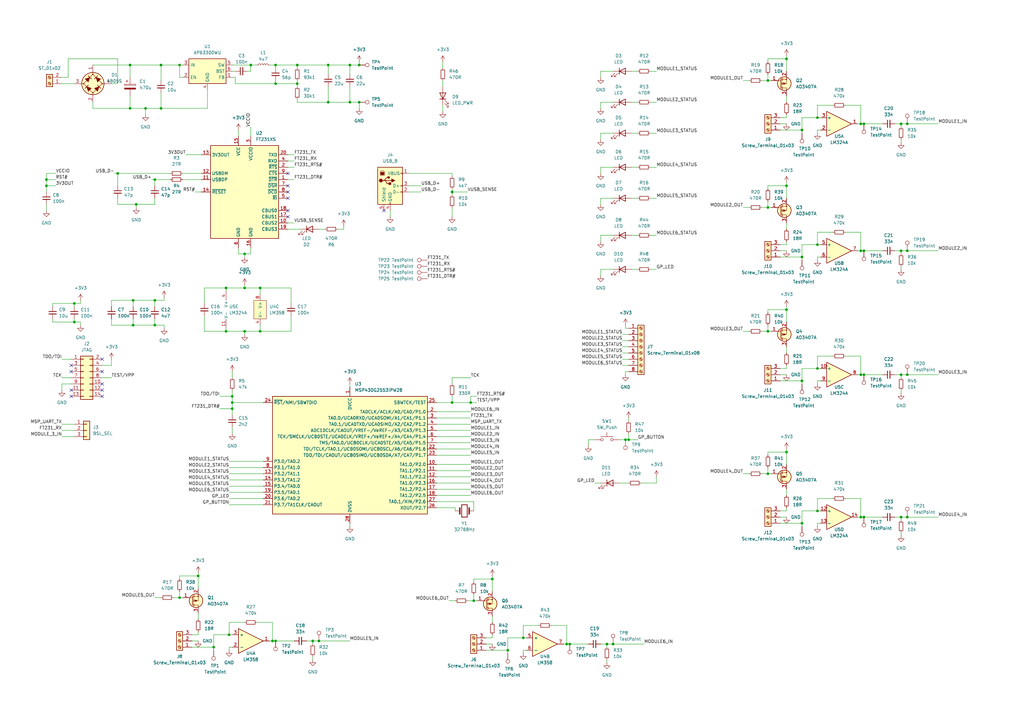
<source format=kicad_sch>
(kicad_sch (version 20211123) (generator eeschema)
  (paper "A3")
  (title_block (rev "1.0"))
  (junction (at 19.05 73.66))
  (junction (at 353.06 212.09))
  (junction (at 185.42 78.74))
  (junction (at 353.06 102.87))
  (junction (at 87.63 265.43))
  (junction (at 95.25 167.64))
  (junction (at 208.28 266.7))
  (junction (at 185.42 165.1))
  (junction (at 66.04 26.67))
  (junction (at 354.33 102.87))
  (junction (at 113.03 34.29))
  (junction (at 256.54 180.34))
  (junction (at 54.61 123.19))
  (junction (at 113.03 262.89))
  (junction (at 30.48 132.08))
  (junction (at 92.71 135.89))
  (junction (at 328.93 214.63))
  (junction (at 63.5 123.19))
  (junction (at 335.28 209.55))
  (junction (at 328.93 156.21))
  (junction (at 121.92 26.67))
  (junction (at 328.93 53.34))
  (junction (at 372.11 153.67))
  (junction (at 147.32 41.91))
  (junction (at 48.26 71.12))
  (junction (at 100.33 118.11))
  (junction (at 147.32 26.67))
  (junction (at 193.04 165.1))
  (junction (at 106.68 135.89))
  (junction (at 369.57 102.87))
  (junction (at 233.68 264.16))
  (junction (at 53.34 44.45))
  (junction (at 354.33 212.09))
  (junction (at 95.25 165.1))
  (junction (at 128.27 262.89))
  (junction (at 100.33 135.89))
  (junction (at 113.03 26.67))
  (junction (at 201.93 237.49))
  (junction (at 194.31 246.38))
  (junction (at 63.5 73.66))
  (junction (at 121.92 34.29))
  (junction (at 251.46 264.16))
  (junction (at 93.98 260.35))
  (junction (at 73.66 26.67))
  (junction (at 95.25 162.56))
  (junction (at 372.11 50.8))
  (junction (at 322.58 127))
  (junction (at 369.57 212.09))
  (junction (at 335.28 100.33))
  (junction (at 130.81 262.89))
  (junction (at 134.62 41.91))
  (junction (at 369.57 50.8))
  (junction (at 328.93 105.41))
  (junction (at 134.62 26.67))
  (junction (at 335.28 151.13))
  (junction (at 63.5 133.35))
  (junction (at 322.58 24.13))
  (junction (at 232.41 264.16))
  (junction (at 369.57 153.67))
  (junction (at 372.11 102.87))
  (junction (at 314.96 194.31))
  (junction (at 66.04 44.45))
  (junction (at 335.28 48.26))
  (junction (at 106.68 118.11))
  (junction (at 354.33 50.8))
  (junction (at 100.33 104.14))
  (junction (at 55.88 83.82))
  (junction (at 73.66 245.11))
  (junction (at 53.34 26.67))
  (junction (at 353.06 153.67))
  (junction (at 30.48 124.46))
  (junction (at 54.61 133.35))
  (junction (at 19.05 76.2))
  (junction (at 92.71 118.11))
  (junction (at 81.28 236.22))
  (junction (at 111.76 262.89))
  (junction (at 322.58 76.2))
  (junction (at 257.81 180.34))
  (junction (at 248.92 264.16))
  (junction (at 372.11 212.09))
  (junction (at 353.06 50.8))
  (junction (at 354.33 153.67))
  (junction (at 143.51 41.91))
  (junction (at 322.58 185.42))
  (junction (at 143.51 26.67))
  (junction (at 314.96 135.89))
  (junction (at 214.63 261.62))
  (junction (at 102.87 26.67))
  (junction (at 59.69 44.45))
  (junction (at 314.96 33.02))
  (junction (at 314.96 85.09))
  (no_connect (at 41.91 162.56))
  (no_connect (at 41.91 147.32))
  (no_connect (at 118.11 81.28))
  (no_connect (at 118.11 71.12))
  (no_connect (at 29.21 149.86))
  (no_connect (at 118.11 78.74))
  (no_connect (at 41.91 157.48))
  (no_connect (at 29.21 152.4))
  (no_connect (at 157.48 86.36))
  (no_connect (at 29.21 160.02))
  (no_connect (at 118.11 76.2))
  (no_connect (at 41.91 152.4))
  (no_connect (at 118.11 86.36))
  (no_connect (at 41.91 160.02))
  (no_connect (at 118.11 88.9))
  (no_connect (at 29.21 162.56))
  (wire (pts (xy 123.19 93.98) (xy 118.11 93.98)))
  (wire (pts (xy 41.91 154.94) (xy 45.72 154.94)))
  (wire (pts (xy 232.41 264.16) (xy 232.41 256.54)))
  (wire (pts (xy 246.38 96.52) (xy 246.38 99.06)))
  (wire (pts (xy 191.77 246.38) (xy 194.31 246.38)))
  (wire (pts (xy 322.58 24.13) (xy 322.58 29.21)))
  (wire (pts (xy 92.71 135.89) (xy 100.33 135.89)))
  (wire (pts (xy 95.25 165.1) (xy 107.95 165.1)))
  (wire (pts (xy 185.42 77.47) (xy 185.42 78.74)))
  (wire (pts (xy 95.25 152.4) (xy 95.25 154.94)))
  (wire (pts (xy 113.03 26.67) (xy 121.92 26.67)))
  (wire (pts (xy 140.97 92.71) (xy 140.97 93.98)))
  (wire (pts (xy 100.33 104.14) (xy 100.33 105.41)))
  (wire (pts (xy 110.49 262.89) (xy 111.76 262.89)))
  (wire (pts (xy 320.04 50.8) (xy 322.58 50.8)))
  (wire (pts (xy 48.26 71.12) (xy 69.85 71.12)))
  (wire (pts (xy 102.87 26.67) (xy 105.41 26.67)))
  (wire (pts (xy 118.11 66.04) (xy 120.65 66.04)))
  (wire (pts (xy 83.82 124.46) (xy 83.82 118.11)))
  (wire (pts (xy 194.31 238.76) (xy 194.31 237.49)))
  (wire (pts (xy 208.28 267.97) (xy 208.28 266.7)))
  (wire (pts (xy 351.79 102.87) (xy 353.06 102.87)))
  (wire (pts (xy 335.28 151.13) (xy 336.55 151.13)))
  (wire (pts (xy 73.66 236.22) (xy 81.28 236.22)))
  (wire (pts (xy 97.79 104.14) (xy 100.33 104.14)))
  (wire (pts (xy 48.26 71.12) (xy 48.26 76.2)))
  (wire (pts (xy 181.61 43.18) (xy 181.61 45.72)))
  (wire (pts (xy 92.71 118.11) (xy 92.71 119.38)))
  (wire (pts (xy 78.74 262.89) (xy 81.28 262.89)))
  (wire (pts (xy 259.08 68.58) (xy 261.62 68.58)))
  (wire (pts (xy 372.11 153.67) (xy 384.81 153.67)))
  (wire (pts (xy 73.66 245.11) (xy 74.93 245.11)))
  (wire (pts (xy 322.58 185.42) (xy 322.58 190.5)))
  (wire (pts (xy 25.4 157.48) (xy 25.4 160.02)))
  (wire (pts (xy 110.49 26.67) (xy 113.03 26.67)))
  (wire (pts (xy 335.28 54.61) (xy 335.28 53.34)))
  (wire (pts (xy 63.5 123.19) (xy 54.61 123.19)))
  (wire (pts (xy 93.98 189.23) (xy 107.95 189.23)))
  (wire (pts (xy 21.59 132.08) (xy 30.48 132.08)))
  (wire (pts (xy 186.69 208.28) (xy 186.69 209.55)))
  (wire (pts (xy 353.06 153.67) (xy 353.06 146.05)))
  (wire (pts (xy 314.96 25.4) (xy 314.96 24.13)))
  (wire (pts (xy 322.58 127) (xy 322.58 132.08)))
  (wire (pts (xy 246.38 54.61) (xy 246.38 57.15)))
  (wire (pts (xy 369.57 52.07) (xy 369.57 50.8)))
  (wire (pts (xy 185.42 78.74) (xy 185.42 80.01)))
  (wire (pts (xy 354.33 50.8) (xy 361.95 50.8)))
  (wire (pts (xy 256.54 133.35) (xy 256.54 134.62)))
  (wire (pts (xy 335.28 95.25) (xy 335.28 100.33)))
  (wire (pts (xy 93.98 201.93) (xy 107.95 201.93)))
  (wire (pts (xy 335.28 204.47) (xy 335.28 209.55)))
  (wire (pts (xy 179.07 203.2) (xy 193.04 203.2)))
  (wire (pts (xy 372.11 102.87) (xy 384.81 102.87)))
  (wire (pts (xy 328.93 54.61) (xy 328.93 53.34)))
  (wire (pts (xy 63.5 81.28) (xy 63.5 83.82)))
  (wire (pts (xy 55.88 85.09) (xy 55.88 83.82)))
  (wire (pts (xy 45.72 130.81) (xy 45.72 133.35)))
  (wire (pts (xy 134.62 30.48) (xy 134.62 26.67)))
  (wire (pts (xy 335.28 156.21) (xy 336.55 156.21)))
  (wire (pts (xy 121.92 34.29) (xy 121.92 35.56)))
  (wire (pts (xy 257.81 180.34) (xy 261.62 180.34)))
  (wire (pts (xy 95.25 160.02) (xy 95.25 162.56)))
  (wire (pts (xy 314.96 186.69) (xy 314.96 185.42)))
  (wire (pts (xy 256.54 134.62) (xy 257.81 134.62)))
  (wire (pts (xy 251.46 41.91) (xy 246.38 41.91)))
  (wire (pts (xy 335.28 214.63) (xy 336.55 214.63)))
  (wire (pts (xy 101.6 29.21) (xy 102.87 29.21)))
  (wire (pts (xy 74.93 31.75) (xy 73.66 31.75)))
  (wire (pts (xy 119.38 129.54) (xy 119.38 135.89)))
  (wire (pts (xy 255.27 144.78) (xy 257.81 144.78)))
  (wire (pts (xy 214.63 261.62) (xy 215.9 261.62)))
  (wire (pts (xy 320.04 105.41) (xy 328.93 105.41)))
  (wire (pts (xy 193.04 162.56) (xy 195.58 162.56)))
  (wire (pts (xy 179.07 179.07) (xy 193.04 179.07)))
  (wire (pts (xy 19.05 78.74) (xy 19.05 76.2)))
  (wire (pts (xy 320.04 100.33) (xy 322.58 100.33)))
  (wire (pts (xy 335.28 100.33) (xy 336.55 100.33)))
  (wire (pts (xy 121.92 27.94) (xy 121.92 26.67)))
  (wire (pts (xy 21.59 125.73) (xy 21.59 124.46)))
  (wire (pts (xy 95.25 162.56) (xy 95.25 165.1)))
  (wire (pts (xy 251.46 29.21) (xy 246.38 29.21)))
  (wire (pts (xy 102.87 101.6) (xy 102.87 104.14)))
  (wire (pts (xy 27.94 24.13) (xy 48.26 24.13)))
  (wire (pts (xy 254 198.12) (xy 257.81 198.12)))
  (wire (pts (xy 167.64 76.2) (xy 172.72 76.2)))
  (wire (pts (xy 322.58 99.06) (xy 322.58 100.33)))
  (wire (pts (xy 304.8 194.31) (xy 307.34 194.31)))
  (wire (pts (xy 93.98 199.39) (xy 107.95 199.39)))
  (wire (pts (xy 328.93 151.13) (xy 335.28 151.13)))
  (wire (pts (xy 45.72 123.19) (xy 54.61 123.19)))
  (wire (pts (xy 167.64 78.74) (xy 172.72 78.74)))
  (wire (pts (xy 63.5 245.11) (xy 66.04 245.11)))
  (wire (pts (xy 93.98 265.43) (xy 95.25 265.43)))
  (wire (pts (xy 369.57 102.87) (xy 372.11 102.87)))
  (wire (pts (xy 45.72 133.35) (xy 54.61 133.35)))
  (wire (pts (xy 335.28 48.26) (xy 336.55 48.26)))
  (wire (pts (xy 41.91 149.86) (xy 45.72 149.86)))
  (wire (pts (xy 320.04 151.13) (xy 322.58 151.13)))
  (wire (pts (xy 25.4 179.07) (xy 30.48 179.07)))
  (wire (pts (xy 21.59 130.81) (xy 21.59 132.08)))
  (wire (pts (xy 25.4 173.99) (xy 30.48 173.99)))
  (wire (pts (xy 266.7 96.52) (xy 269.24 96.52)))
  (wire (pts (xy 100.33 118.11) (xy 106.68 118.11)))
  (wire (pts (xy 30.48 132.08) (xy 33.02 132.08)))
  (wire (pts (xy 76.2 63.5) (xy 82.55 63.5)))
  (wire (pts (xy 194.31 205.74) (xy 194.31 209.55)))
  (wire (pts (xy 246.38 41.91) (xy 246.38 44.45)))
  (wire (pts (xy 63.5 133.35) (xy 67.31 133.35)))
  (wire (pts (xy 226.06 256.54) (xy 232.41 256.54)))
  (wire (pts (xy 80.01 78.74) (xy 82.55 78.74)))
  (wire (pts (xy 74.93 73.66) (xy 82.55 73.66)))
  (wire (pts (xy 320.04 214.63) (xy 328.93 214.63)))
  (wire (pts (xy 143.51 41.91) (xy 147.32 41.91)))
  (wire (pts (xy 322.58 76.2) (xy 322.58 81.28)))
  (wire (pts (xy 256.54 180.34) (xy 257.81 180.34)))
  (wire (pts (xy 353.06 212.09) (xy 354.33 212.09)))
  (wire (pts (xy 93.98 207.01) (xy 107.95 207.01)))
  (wire (pts (xy 25.4 176.53) (xy 30.48 176.53)))
  (wire (pts (xy 147.32 44.45) (xy 147.32 41.91)))
  (wire (pts (xy 63.5 125.73) (xy 63.5 123.19)))
  (wire (pts (xy 111.76 262.89) (xy 111.76 255.27)))
  (wire (pts (xy 121.92 41.91) (xy 134.62 41.91)))
  (wire (pts (xy 119.38 124.46) (xy 119.38 118.11)))
  (wire (pts (xy 119.38 118.11) (xy 106.68 118.11)))
  (wire (pts (xy 93.98 260.35) (xy 95.25 260.35)))
  (wire (pts (xy 322.58 46.99) (xy 322.58 48.26)))
  (wire (pts (xy 322.58 91.44) (xy 322.58 93.98)))
  (wire (pts (xy 128.27 269.24) (xy 128.27 270.51)))
  (wire (pts (xy 214.63 267.97) (xy 214.63 266.7)))
  (wire (pts (xy 328.93 209.55) (xy 335.28 209.55)))
  (wire (pts (xy 353.06 102.87) (xy 354.33 102.87)))
  (wire (pts (xy 96.52 31.75) (xy 96.52 34.29)))
  (wire (pts (xy 63.5 130.81) (xy 63.5 133.35)))
  (wire (pts (xy 83.82 118.11) (xy 92.71 118.11)))
  (wire (pts (xy 201.93 237.49) (xy 201.93 242.57)))
  (wire (pts (xy 353.06 153.67) (xy 354.33 153.67)))
  (wire (pts (xy 179.07 165.1) (xy 185.42 165.1)))
  (wire (pts (xy 266.7 68.58) (xy 269.24 68.58)))
  (wire (pts (xy 71.12 245.11) (xy 73.66 245.11)))
  (wire (pts (xy 179.07 186.69) (xy 193.04 186.69)))
  (wire (pts (xy 266.7 29.21) (xy 269.24 29.21)))
  (wire (pts (xy 118.11 91.44) (xy 120.65 91.44)))
  (wire (pts (xy 328.93 53.34) (xy 328.93 48.26)))
  (wire (pts (xy 335.28 209.55) (xy 336.55 209.55)))
  (wire (pts (xy 335.28 215.9) (xy 335.28 214.63)))
  (wire (pts (xy 83.82 135.89) (xy 92.71 135.89)))
  (wire (pts (xy 93.98 255.27) (xy 93.98 260.35)))
  (wire (pts (xy 201.93 260.35) (xy 201.93 261.62)))
  (wire (pts (xy 160.02 86.36) (xy 160.02 88.9)))
  (wire (pts (xy 314.96 76.2) (xy 322.58 76.2)))
  (wire (pts (xy 369.57 153.67) (xy 372.11 153.67)))
  (wire (pts (xy 181.61 33.02) (xy 181.61 35.56)))
  (wire (pts (xy 199.39 264.16) (xy 201.93 264.16)))
  (wire (pts (xy 87.63 265.43) (xy 87.63 260.35)))
  (wire (pts (xy 199.39 261.62) (xy 201.93 261.62)))
  (wire (pts (xy 214.63 266.7) (xy 215.9 266.7)))
  (wire (pts (xy 30.48 125.73) (xy 30.48 124.46)))
  (wire (pts (xy 312.42 85.09) (xy 314.96 85.09)))
  (wire (pts (xy 322.58 142.24) (xy 322.58 144.78)))
  (wire (pts (xy 27.94 31.75) (xy 27.94 24.13)))
  (wire (pts (xy 328.93 214.63) (xy 328.93 209.55)))
  (wire (pts (xy 179.07 208.28) (xy 186.69 208.28)))
  (wire (pts (xy 46.99 71.12) (xy 48.26 71.12)))
  (wire (pts (xy 251.46 96.52) (xy 246.38 96.52)))
  (wire (pts (xy 314.96 127) (xy 322.58 127)))
  (wire (pts (xy 369.57 154.94) (xy 369.57 153.67)))
  (wire (pts (xy 322.58 184.15) (xy 322.58 185.42)))
  (wire (pts (xy 130.81 262.89) (xy 143.51 262.89)))
  (wire (pts (xy 248.92 265.43) (xy 248.92 264.16)))
  (wire (pts (xy 63.5 133.35) (xy 54.61 133.35)))
  (wire (pts (xy 53.34 44.45) (xy 59.69 44.45)))
  (wire (pts (xy 372.11 212.09) (xy 384.81 212.09)))
  (wire (pts (xy 63.5 73.66) (xy 63.5 76.2)))
  (wire (pts (xy 232.41 264.16) (xy 233.68 264.16)))
  (wire (pts (xy 201.93 252.73) (xy 201.93 255.27)))
  (wire (pts (xy 25.4 154.94) (xy 29.21 154.94)))
  (wire (pts (xy 96.52 34.29) (xy 113.03 34.29)))
  (wire (pts (xy 346.71 43.18) (xy 353.06 43.18)))
  (wire (pts (xy 314.96 191.77) (xy 314.96 194.31)))
  (wire (pts (xy 335.28 43.18) (xy 341.63 43.18)))
  (wire (pts (xy 19.05 71.12) (xy 19.05 73.66)))
  (wire (pts (xy 93.98 194.31) (xy 107.95 194.31)))
  (wire (pts (xy 113.03 34.29) (xy 121.92 34.29)))
  (wire (pts (xy 322.58 22.86) (xy 322.58 24.13)))
  (wire (pts (xy 353.06 212.09) (xy 353.06 204.47)))
  (wire (pts (xy 246.38 81.28) (xy 246.38 83.82)))
  (wire (pts (xy 38.1 44.45) (xy 53.34 44.45)))
  (wire (pts (xy 251.46 110.49) (xy 246.38 110.49)))
  (wire (pts (xy 246.38 110.49) (xy 246.38 113.03)))
  (wire (pts (xy 269.24 195.58) (xy 269.24 198.12)))
  (wire (pts (xy 346.71 204.47) (xy 353.06 204.47)))
  (wire (pts (xy 208.28 266.7) (xy 208.28 261.62)))
  (wire (pts (xy 93.98 204.47) (xy 107.95 204.47)))
  (wire (pts (xy 119.38 135.89) (xy 106.68 135.89)))
  (wire (pts (xy 322.58 125.73) (xy 322.58 127)))
  (wire (pts (xy 304.8 85.09) (xy 307.34 85.09)))
  (wire (pts (xy 22.86 71.12) (xy 19.05 71.12)))
  (wire (pts (xy 128.27 262.89) (xy 130.81 262.89)))
  (wire (pts (xy 259.08 81.28) (xy 261.62 81.28)))
  (wire (pts (xy 25.4 34.29) (xy 30.48 34.29)))
  (wire (pts (xy 248.92 270.51) (xy 248.92 271.78)))
  (wire (pts (xy 53.34 26.67) (xy 66.04 26.67)))
  (wire (pts (xy 67.31 134.62) (xy 67.31 133.35)))
  (wire (pts (xy 257.81 171.45) (xy 257.81 172.72)))
  (wire (pts (xy 194.31 243.84) (xy 194.31 246.38)))
  (wire (pts (xy 19.05 73.66) (xy 19.05 76.2)))
  (wire (pts (xy 85.09 36.83) (xy 85.09 44.45)))
  (wire (pts (xy 63.5 123.19) (xy 67.31 123.19)))
  (wire (pts (xy 95.25 26.67) (xy 102.87 26.67)))
  (wire (pts (xy 246.38 264.16) (xy 248.92 264.16)))
  (wire (pts (xy 179.07 176.53) (xy 193.04 176.53)))
  (wire (pts (xy 83.82 129.54) (xy 83.82 135.89)))
  (wire (pts (xy 81.28 236.22) (xy 81.28 241.3)))
  (wire (pts (xy 128.27 262.89) (xy 125.73 262.89)))
  (wire (pts (xy 248.92 264.16) (xy 251.46 264.16)))
  (wire (pts (xy 73.66 26.67) (xy 74.93 26.67)))
  (wire (pts (xy 369.57 57.15) (xy 369.57 58.42)))
  (wire (pts (xy 185.42 162.56) (xy 185.42 165.1)))
  (wire (pts (xy 194.31 246.38) (xy 195.58 246.38)))
  (wire (pts (xy 90.17 162.56) (xy 95.25 162.56)))
  (wire (pts (xy 121.92 26.67) (xy 134.62 26.67)))
  (wire (pts (xy 314.96 33.02) (xy 316.23 33.02)))
  (wire (pts (xy 185.42 78.74) (xy 191.77 78.74)))
  (wire (pts (xy 193.04 165.1) (xy 195.58 165.1)))
  (wire (pts (xy 100.33 135.89) (xy 100.33 137.16)))
  (wire (pts (xy 266.7 81.28) (xy 269.24 81.28)))
  (wire (pts (xy 314.96 133.35) (xy 314.96 135.89)))
  (wire (pts (xy 312.42 135.89) (xy 314.96 135.89)))
  (wire (pts (xy 214.63 256.54) (xy 214.63 261.62)))
  (wire (pts (xy 134.62 35.56) (xy 134.62 41.91)))
  (wire (pts (xy 134.62 41.91) (xy 143.51 41.91)))
  (wire (pts (xy 314.96 85.09) (xy 316.23 85.09)))
  (wire (pts (xy 254 180.34) (xy 256.54 180.34)))
  (wire (pts (xy 328.93 157.48) (xy 328.93 156.21)))
  (wire (pts (xy 118.11 63.5) (xy 120.65 63.5)))
  (wire (pts (xy 73.66 26.67) (xy 73.66 31.75)))
  (wire (pts (xy 54.61 123.19) (xy 54.61 125.73)))
  (wire (pts (xy 167.64 71.12) (xy 185.42 71.12)))
  (wire (pts (xy 179.07 198.12) (xy 193.04 198.12)))
  (wire (pts (xy 369.57 104.14) (xy 369.57 102.87)))
  (wire (pts (xy 66.04 26.67) (xy 73.66 26.67)))
  (wire (pts (xy 38.1 41.91) (xy 38.1 44.45)))
  (wire (pts (xy 369.57 50.8) (xy 367.03 50.8)))
  (wire (pts (xy 81.28 234.95) (xy 81.28 236.22)))
  (wire (pts (xy 95.25 167.64) (xy 95.25 170.18)))
  (wire (pts (xy 208.28 261.62) (xy 214.63 261.62)))
  (wire (pts (xy 19.05 83.82) (xy 19.05 86.36)))
  (wire (pts (xy 193.04 162.56) (xy 193.04 165.1)))
  (wire (pts (xy 100.33 135.89) (xy 106.68 135.89)))
  (wire (pts (xy 25.4 147.32) (xy 29.21 147.32)))
  (wire (pts (xy 118.11 73.66) (xy 120.65 73.66)))
  (wire (pts (xy 328.93 156.21) (xy 328.93 151.13)))
  (wire (pts (xy 25.4 31.75) (xy 27.94 31.75)))
  (wire (pts (xy 351.79 212.09) (xy 353.06 212.09)))
  (wire (pts (xy 134.62 26.67) (xy 143.51 26.67)))
  (wire (pts (xy 354.33 153.67) (xy 361.95 153.67)))
  (wire (pts (xy 66.04 44.45) (xy 85.09 44.45)))
  (wire (pts (xy 246.38 29.21) (xy 246.38 31.75)))
  (wire (pts (xy 194.31 237.49) (xy 201.93 237.49)))
  (wire (pts (xy 241.3 182.88) (xy 241.3 180.34)))
  (wire (pts (xy 93.98 266.7) (xy 93.98 265.43)))
  (wire (pts (xy 48.26 24.13) (xy 48.26 34.29)))
  (wire (pts (xy 181.61 25.4) (xy 181.61 27.94)))
  (wire (pts (xy 66.04 38.1) (xy 66.04 44.45)))
  (wire (pts (xy 314.96 194.31) (xy 316.23 194.31)))
  (wire (pts (xy 147.32 25.4) (xy 147.32 26.67)))
  (wire (pts (xy 130.81 93.98) (xy 133.35 93.98)))
  (wire (pts (xy 199.39 266.7) (xy 208.28 266.7)))
  (wire (pts (xy 22.86 73.66) (xy 19.05 73.66)))
  (wire (pts (xy 312.42 33.02) (xy 314.96 33.02)))
  (wire (pts (xy 241.3 180.34) (xy 243.84 180.34)))
  (wire (pts (xy 93.98 196.85) (xy 107.95 196.85)))
  (wire (pts (xy 113.03 262.89) (xy 120.65 262.89)))
  (wire (pts (xy 314.96 77.47) (xy 314.96 76.2)))
  (wire (pts (xy 353.06 102.87) (xy 353.06 95.25)))
  (wire (pts (xy 354.33 212.09) (xy 361.95 212.09)))
  (wire (pts (xy 185.42 165.1) (xy 193.04 165.1)))
  (wire (pts (xy 81.28 259.08) (xy 81.28 260.35)))
  (wire (pts (xy 255.27 142.24) (xy 257.81 142.24)))
  (wire (pts (xy 314.96 24.13) (xy 322.58 24.13)))
  (wire (pts (xy 255.27 139.7) (xy 257.81 139.7)))
  (wire (pts (xy 185.42 154.94) (xy 193.04 154.94)))
  (wire (pts (xy 328.93 105.41) (xy 328.93 100.33)))
  (wire (pts (xy 92.71 118.11) (xy 100.33 118.11)))
  (wire (pts (xy 179.07 200.66) (xy 193.04 200.66)))
  (wire (pts (xy 259.08 29.21) (xy 261.62 29.21)))
  (wire (pts (xy 66.04 26.67) (xy 66.04 33.02)))
  (wire (pts (xy 106.68 133.35) (xy 106.68 135.89)))
  (wire (pts (xy 48.26 34.29) (xy 45.72 34.29)))
  (wire (pts (xy 328.93 106.68) (xy 328.93 105.41)))
  (wire (pts (xy 179.07 168.91) (xy 193.04 168.91)))
  (wire (pts (xy 369.57 218.44) (xy 369.57 219.71)))
  (wire (pts (xy 304.8 135.89) (xy 307.34 135.89)))
  (wire (pts (xy 102.87 52.07) (xy 102.87 55.88)))
  (wire (pts (xy 179.07 171.45) (xy 193.04 171.45)))
  (wire (pts (xy 100.33 104.14) (xy 102.87 104.14)))
  (wire (pts (xy 143.51 35.56) (xy 143.51 41.91)))
  (wire (pts (xy 95.25 29.21) (xy 96.52 29.21)))
  (wire (pts (xy 314.96 185.42) (xy 322.58 185.42)))
  (wire (pts (xy 320.04 102.87) (xy 322.58 102.87)))
  (wire (pts (xy 328.93 48.26) (xy 335.28 48.26)))
  (wire (pts (xy 266.7 54.61) (xy 269.24 54.61)))
  (wire (pts (xy 304.8 33.02) (xy 307.34 33.02)))
  (wire (pts (xy 87.63 266.7) (xy 87.63 265.43)))
  (wire (pts (xy 322.58 200.66) (xy 322.58 203.2)))
  (wire (pts (xy 256.54 153.67) (xy 256.54 152.4)))
  (wire (pts (xy 19.05 76.2) (xy 22.86 76.2)))
  (wire (pts (xy 328.93 215.9) (xy 328.93 214.63)))
  (wire (pts (xy 73.66 237.49) (xy 73.66 236.22)))
  (wire (pts (xy 335.28 157.48) (xy 335.28 156.21)))
  (wire (pts (xy 372.11 50.8) (xy 384.81 50.8)))
  (wire (pts (xy 322.58 39.37) (xy 322.58 41.91)))
  (wire (pts (xy 259.08 41.91) (xy 261.62 41.91)))
  (wire (pts (xy 369.57 160.02) (xy 369.57 161.29)))
  (wire (pts (xy 246.38 68.58) (xy 246.38 71.12)))
  (wire (pts (xy 185.42 157.48) (xy 185.42 154.94)))
  (wire (pts (xy 21.59 124.46) (xy 30.48 124.46)))
  (wire (pts (xy 314.96 135.89) (xy 316.23 135.89)))
  (wire (pts (xy 95.25 31.75) (xy 96.52 31.75)))
  (wire (pts (xy 53.34 39.37) (xy 53.34 44.45)))
  (wire (pts (xy 53.34 26.67) (xy 53.34 31.75)))
  (wire (pts (xy 105.41 255.27) (xy 111.76 255.27)))
  (wire (pts (xy 113.03 26.67) (xy 113.03 27.94)))
  (wire (pts (xy 320.04 53.34) (xy 328.93 53.34)))
  (wire (pts (xy 59.69 44.45) (xy 66.04 44.45)))
  (wire (pts (xy 335.28 105.41) (xy 336.55 105.41)))
  (wire (pts (xy 59.69 44.45) (xy 59.69 46.99)))
  (wire (pts (xy 33.02 132.08) (xy 33.02 133.35)))
  (wire (pts (xy 233.68 264.16) (xy 241.3 264.16)))
  (wire (pts (xy 353.06 50.8) (xy 353.06 43.18)))
  (wire (pts (xy 251.46 68.58) (xy 246.38 68.58)))
  (wire (pts (xy 38.1 26.67) (xy 53.34 26.67)))
  (wire (pts (xy 143.51 157.48) (xy 143.51 158.75)))
  (wire (pts (xy 320.04 212.09) (xy 322.58 212.09)))
  (wire (pts (xy 179.07 181.61) (xy 193.04 181.61)))
  (wire (pts (xy 100.33 118.11) (xy 100.33 116.84)))
  (wire (pts (xy 92.71 135.89) (xy 92.71 134.62)))
  (wire (pts (xy 55.88 83.82) (xy 63.5 83.82)))
  (wire (pts (xy 255.27 147.32) (xy 257.81 147.32)))
  (wire (pts (xy 30.48 124.46) (xy 33.02 124.46)))
  (wire (pts (xy 93.98 191.77) (xy 107.95 191.77)))
  (wire (pts (xy 95.25 175.26) (xy 95.25 177.8)))
  (wire (pts (xy 179.07 190.5) (xy 193.04 190.5)))
  (wire (pts (xy 118.11 68.58) (xy 120.65 68.58)))
  (wire (pts (xy 369.57 212.09) (xy 372.11 212.09)))
  (wire (pts (xy 214.63 256.54) (xy 220.98 256.54)))
  (wire (pts (xy 243.84 198.12) (xy 246.38 198.12)))
  (wire (pts (xy 143.51 26.67) (xy 147.32 26.67)))
  (wire (pts (xy 335.28 204.47) (xy 341.63 204.47)))
  (wire (pts (xy 320.04 153.67) (xy 322.58 153.67)))
  (wire (pts (xy 138.43 93.98) (xy 140.97 93.98)))
  (wire (pts (xy 179.07 205.74) (xy 194.31 205.74)))
  (wire (pts (xy 259.08 54.61) (xy 261.62 54.61)))
  (wire (pts (xy 45.72 125.73) (xy 45.72 123.19)))
  (wire (pts (xy 48.26 83.82) (xy 55.88 83.82)))
  (wire (pts (xy 48.26 81.28) (xy 48.26 83.82)))
  (wire (pts (xy 369.57 213.36) (xy 369.57 212.09)))
  (wire (pts (xy 369.57 212.09) (xy 367.03 212.09)))
  (wire (pts (xy 185.42 71.12) (xy 185.42 72.39)))
  (wire (pts (xy 87.63 260.35) (xy 93.98 260.35)))
  (wire (pts (xy 351.79 50.8) (xy 353.06 50.8)))
  (wire (pts (xy 346.71 146.05) (xy 353.06 146.05)))
  (wire (pts (xy 184.15 246.38) (xy 186.69 246.38)))
  (wire (pts (xy 251.46 264.16) (xy 264.16 264.16)))
  (wire (pts (xy 179.07 195.58) (xy 193.04 195.58)))
  (wire (pts (xy 335.28 146.05) (xy 341.63 146.05)))
  (wire (pts (xy 320.04 156.21) (xy 328.93 156.21)))
  (wire (pts (xy 67.31 121.92) (xy 67.31 123.19)))
  (wire (pts (xy 259.08 110.49) (xy 261.62 110.49)))
  (wire (pts (xy 179.07 184.15) (xy 193.04 184.15)))
  (wire (pts (xy 231.14 264.16) (xy 232.41 264.16)))
  (wire (pts (xy 257.81 177.8) (xy 257.81 180.34)))
  (wire (pts (xy 369.57 102.87) (xy 367.03 102.87)))
  (wire (pts (xy 143.51 30.48) (xy 143.51 26.67)))
  (wire (pts (xy 143.51 214.63) (xy 143.51 215.9)))
  (wire (pts (xy 95.25 165.1) (xy 95.25 167.64)))
  (wire (pts (xy 259.08 96.52) (xy 261.62 96.52)))
  (wire (pts (xy 335.28 53.34) (xy 336.55 53.34)))
  (wire (pts (xy 251.46 81.28) (xy 246.38 81.28)))
  (wire (pts (xy 335.28 43.18) (xy 335.28 48.26)))
  (wire (pts (xy 33.02 123.19) (xy 33.02 124.46)))
  (wire (pts (xy 320.04 48.26) (xy 322.58 48.26)))
  (wire (pts (xy 179.07 193.04) (xy 193.04 193.04)))
  (wire (pts (xy 179.07 173.99) (xy 193.04 173.99)))
  (wire (pts (xy 335.28 146.05) (xy 335.28 151.13)))
  (wire (pts (xy 351.79 153.67) (xy 353.06 153.67)))
  (wire (pts (xy 353.06 50.8) (xy 354.33 50.8)))
  (wire (pts (xy 369.57 109.22) (xy 369.57 110.49)))
  (wire (pts (xy 262.89 198.12) (xy 269.24 198.12)))
  (wire (pts (xy 185.42 85.09) (xy 185.42 88.9)))
  (wire (pts (xy 78.74 265.43) (xy 87.63 265.43)))
  (wire (pts (xy 121.92 40.64) (xy 121.92 41.91)))
  (wire (pts (xy 369.57 153.67) (xy 367.03 153.67)))
  (wire (pts (xy 266.7 110.49) (xy 269.24 110.49)))
  (wire (pts (xy 322.58 74.93) (xy 322.58 76.2)))
  (wire (pts (xy 97.79 101.6) (xy 97.79 104.14)))
  (wire (pts (xy 314.96 30.48) (xy 314.96 33.02)))
  (wire (pts (xy 81.28 251.46) (xy 81.28 254)))
  (wire (pts (xy 251.46 54.61) (xy 246.38 54.61)))
  (wire (pts (xy 62.23 73.66) (xy 63.5 73.66)))
  (wire (pts (xy 354.33 102.87) (xy 361.95 102.87)))
  (wire (pts (xy 54.61 130.81) (xy 54.61 133.35)))
  (wire (pts (xy 73.66 242.57) (xy 73.66 245.11)))
  (wire (pts (xy 121.92 33.02) (xy 121.92 34.29)))
  (wire (pts (xy 78.74 260.35) (xy 81.28 260.35)))
  (wire (pts (xy 255.27 149.86) (xy 257.81 149.86)))
  (wire (pts (xy 314.96 128.27) (xy 314.96 127)))
  (wire (pts (xy 314.96 82.55) (xy 314.96 85.09)))
  (wire (pts (xy 30.48 130.81) (xy 30.48 132.08)))
  (wire (pts (xy 93.98 255.27) (xy 100.33 255.27)))
  (wire (pts (xy 97.79 53.34) (xy 97.79 55.88)))
  (wire (pts (xy 312.42 194.31) (xy 314.96 194.31)))
  (wire (pts (xy 90.17 167.64) (xy 95.25 167.64)))
  (wire (pts (xy 128.27 264.16) (xy 128.27 262.89)))
  (wire (pts (xy 113.03 33.02) (xy 113.03 34.29)))
  (wire (pts (xy 266.7 41.91) (xy 269.24 41.91)))
  (wire (pts (xy 111.76 262.89) (xy 113.03 262.89)))
  (wire (pts (xy 255.27 137.16) (xy 257.81 137.16)))
  (wire (pts (xy 328.93 100.33) (xy 335.28 100.33)))
  (wire (pts (xy 322.58 149.86) (xy 322.58 151.13)))
  (wire (pts (xy 369.57 50.8) (xy 372.11 50.8)))
  (wire (pts (xy 256.54 152.4) (xy 257.81 152.4)))
  (wire (pts (xy 74.93 71.12) (xy 82.55 71.12)))
  (wire (pts (xy 335.28 95.25) (xy 341.63 95.25)))
  (wire (pts (xy 201.93 236.22) (xy 201.93 237.49)))
  (wire (pts (xy 346.71 95.25) (xy 353.06 95.25)))
  (wire (pts (xy 29.21 157.48) (xy 25.4 157.48)))
  (wire (pts (xy 335.28 106.68) (xy 335.28 105.41)))
  (wire (pts (xy 322.58 208.28) (xy 322.58 209.55)))
  (wire (pts (xy 106.68 120.65) (xy 106.68 118.11)))
  (wire (pts (xy 320.04 209.55) (xy 322.58 209.55)))
  (wire (pts (xy 45.72 147.32) (xy 45.72 149.86)))
  (wire (pts (xy 102.87 26.67) (xy 102.87 29.21)))
  (wire (pts (xy 69.85 73.66) (xy 63.5 73.66)))
  (label "MODULE2_STATUS" (at 269.24 41.91 0))
  (label "MSP_UART_TX" (at 193.04 173.99 0))
  (label "TDO{slash}TDI" (at 90.17 162.56 180))
  (label "FT231_RX" (at 175.26 109.22 0))
  (label "MODULE2_OUT" (at 193.04 193.04 0))
  (label "FT231_RTS#" (at 195.58 162.56 0))
  (label "MODULE4_IN" (at 384.81 212.09 0))
  (label "MODULE4_STATUS" (at 93.98 196.85 180))
  (label "MODULE2_STATUS" (at 93.98 191.77 180))
  (label "MODULE3_STATUS" (at 93.98 194.31 180))
  (label "RST#" (at 22.86 73.66 0))
  (label "VUSB_SENSE" (at 191.77 78.74 0))
  (label "USB_D+" (at 172.72 76.2 0))
  (label "MODULE1_STATUS" (at 269.24 29.21 0))
  (label "FT231_RTS#" (at 175.26 111.76 0))
  (label "MSP_UART_TX" (at 25.4 173.99 180))
  (label "MODULE4_OUT" (at 193.04 198.12 0))
  (label "MODULE6_OUT" (at 193.04 203.2 0))
  (label "GP_BUTTON" (at 261.62 180.34 0))
  (label "FT231_TX" (at 175.26 106.68 0))
  (label "MODULE5_OUT" (at 193.04 200.66 0))
  (label "MODULE6_OUT" (at 184.15 246.38 180))
  (label "VUSB_SENSE" (at 120.65 91.44 0))
  (label "MODULE5_IN" (at 143.51 262.89 0))
  (label "TEST{slash}VPP" (at 195.58 165.1 0))
  (label "MODULE4_STATUS" (at 269.24 68.58 0))
  (label "MODULE_3_IN" (at 25.4 179.07 180))
  (label "TDO{slash}TDI" (at 25.4 147.32 180))
  (label "MODULE5_OUT" (at 63.5 245.11 180))
  (label "MODULE1_OUT" (at 304.8 33.02 180))
  (label "MODULE6_STATUS" (at 93.98 201.93 180))
  (label "TEST{slash}VPP" (at 45.72 154.94 0))
  (label "GP_LED" (at 93.98 204.47 180))
  (label "TCK" (at 25.4 154.94 180))
  (label "FT231_RX" (at 25.4 176.53 180))
  (label "FT231_TX" (at 193.04 171.45 0))
  (label "MODULE5_STATUS" (at 255.27 147.32 180))
  (label "MODULE5_IN" (at 193.04 186.69 0))
  (label "MODULE1_STATUS" (at 255.27 137.16 180))
  (label "MODULE3_STATUS" (at 255.27 142.24 180))
  (label "VCCIO" (at 102.87 52.07 90))
  (label "MODULE3_STATUS" (at 269.24 54.61 0))
  (label "MODULE5_STATUS" (at 93.98 199.39 180))
  (label "3V3OUT" (at 76.2 63.5 180))
  (label "MODULE6_STATUS" (at 255.27 149.86 180))
  (label "MODULE3_OUT" (at 304.8 135.89 180))
  (label "MODULE4_STATUS" (at 255.27 144.78 180))
  (label "GP_LED" (at 269.24 110.49 0))
  (label "FT231_DTR#" (at 90.17 167.64 180))
  (label "MODULE2_IN" (at 193.04 179.07 0))
  (label "MODULE4_IN" (at 193.04 184.15 0))
  (label "RST#" (at 80.01 78.74 180))
  (label "MODULE1_OUT" (at 193.04 190.5 0))
  (label "3V3OUT" (at 22.86 76.2 0))
  (label "FT231_RTS#" (at 120.65 68.58 0))
  (label "GP_BUTTON" (at 93.98 207.01 180))
  (label "MODULE6_IN" (at 264.16 264.16 0))
  (label "FT231_DTR#" (at 120.65 73.66 0))
  (label "MODULE6_IN" (at 193.04 168.91 0))
  (label "TCK" (at 193.04 154.94 0))
  (label "MODULE3_OUT" (at 193.04 195.58 0))
  (label "VCCIO" (at 22.86 71.12 0))
  (label "FT231_RX" (at 120.65 66.04 0))
  (label "MODULE2_OUT" (at 304.8 85.09 180))
  (label "USB_D-" (at 172.72 78.74 0))
  (label "MODULE1_IN" (at 193.04 176.53 0))
  (label "MODULE2_STATUS" (at 255.27 139.7 180))
  (label "MODULE4_OUT" (at 304.8 194.31 180))
  (label "FT231_TX" (at 120.65 63.5 0))
  (label "MODULE2_IN" (at 384.81 102.87 0))
  (label "MODULE1_STATUS" (at 93.98 189.23 180))
  (label "MODULE6_STATUS" (at 269.24 96.52 0))
  (label "MODULE3_IN" (at 193.04 181.61 0))
  (label "MODULE1_IN" (at 384.81 50.8 0))
  (label "MODULE3_IN" (at 384.81 153.67 0))
  (label "FT231_DTR#" (at 175.26 114.3 0))
  (label "USB_D-" (at 46.99 71.12 180))
  (label "USB_D+" (at 62.23 73.66 180))
  (label "MODULE5_STATUS" (at 269.24 81.28 0))
  (label "GP_LED" (at 243.84 198.12 180))
  (symbol (lib_id "Device:C_Small") (at 63.5 128.27 0) (unit 1)
    (property "Reference" "C12" (at 66.04 127.0062 0) (effects (justify left)))
    (property "Value" "4u7" (at 66.04 129.5462 0) (effects (justify left)))
    (property "Footprint" "Capacitor_THT_AKL:CP_Radial_D4.0mm_P1.50mm" (effects hide))
  )
  (symbol (lib_id "4ms_Power-symbol:GND") (at 160.02 88.9 0) (unit 1)
    (property "Reference" "#PWR016" (effects hide))
    (property "Value" "GND" (at 160.02 93.98 0))
  )
  (symbol (lib_id "Device:R_Small") (at 181.61 30.48 0) (unit 1)
    (property "Reference" "R46" (at 184.15 29.2099 0) (effects (justify left)))
    (property "Value" "470R" (at 184.15 31.7499 0) (effects (justify left)))
    (property "Footprint" "Resistor_SMD_AKL:R_0603_1608Metric_Pad1.05x0.95mm_HandSolder" (effects hide))
  )
  (symbol (lib_id "4ms_Power-symbol:GND") (at 33.02 133.35 0) (unit 1)
    (property "Reference" "#PWR04" (effects hide))
    (property "Value" "GND" (at 33.02 138.43 0))
  )
  (symbol (lib_id "Device:R_Small") (at 369.57 215.9 180) (unit 1)
    (property "Reference" "R49" (at 372.11 214.6299 0) (effects (justify right)))
    (property "Value" "10k" (at 372.11 217.1699 0) (effects (justify right)))
    (property "Footprint" "Resistor_SMD_AKL:R_0603_1608Metric_Pad1.05x0.95mm_HandSolder" (effects hide))
  )
  (symbol (lib_id "Device:LED") (at 127 93.98 0) (unit 1)
    (property "Reference" "D2" (at 125.73 100.33 0))
    (property "Value" "LED" (at 125.73 97.79 0))
    (property "Footprint" "LED_SMD:LED_0603_1608Metric_Pad1.05x0.95mm_HandSolder" (effects hide))
  )
  (symbol (lib_id "Device:C_Small") (at 83.82 127 0) (unit 1)
    (property "Reference" "C16" (at 86.36 125.7362 0) (effects (justify left)))
    (property "Value" "100n" (at 86.36 128.2762 0) (effects (justify left)))
    (property "Footprint" "Capacitor_SMD_Handsoldering_AKL:C_0603_1608Metric" (effects hide))
  )
  (symbol (lib_id "4ms_Power-symbol:GND") (at 67.31 134.62 0) (unit 1)
    (property "Reference" "#PWR06" (effects hide))
    (property "Value" "GND" (at 67.31 139.7 0))
  )
  (symbol (lib_id "4ms_IC:LM358") (at 106.68 127 0) (unit 3)
    (property "Reference" "U4" (at 110.49 125.7299 0) (effects (justify left)))
    (property "Value" "LM358" (at 110.49 128.2699 0) (effects (justify left)))
    (property "Footprint" "Package_SO_AKL:SOIC-8-1EP_3.9x4.9mm_P1.27mm_EP2.514x3.2mm" (effects hide))
    (property "Specifications" "LM358 Dual Opamp" (effects hide))
    (property "JLCPCB ID" "C7951" (effects hide))
  )
  (symbol (lib_id "Device:Crystal") (at 190.5 209.55 0) (unit 1)
    (property "Reference" "Y1" (at 190.5 214.63 0))
    (property "Value" "32768Hz" (at 190.5 217.17 0))
    (property "Footprint" "Crystal:Crystal_C26-LF_D2.1mm_L6.5mm_Horizontal" (effects hide))
  )
  (symbol (lib_id "Device:R_Small") (at 264.16 96.52 90) (unit 1)
    (property "Reference" "R44" (at 264.16 90.17 90))
    (property "Value" "470R" (at 264.16 92.71 90))
    (property "Footprint" "Resistor_SMD_AKL:R_0603_1608Metric_Pad1.05x0.95mm_HandSolder" (effects hide))
  )
  (symbol (lib_id "4ms_Power-symbol:GND") (at 335.28 106.68 0) (unit 1)
    (property "Reference" "#PWR041" (effects hide))
    (property "Value" "GND" (at 335.28 111.76 0))
  )
  (symbol (lib_id "Device:R_Small") (at 185.42 82.55 180) (unit 1)
    (property "Reference" "R10" (at 187.96 81.2799 0) (effects (justify right)))
    (property "Value" "10k" (at 187.96 83.8199 0) (effects (justify right)))
    (property "Footprint" "Resistor_SMD_AKL:R_0603_1608Metric_Pad1.05x0.95mm_HandSolder" (effects hide))
  )
  (symbol (lib_id "4ms_Power-symbol:+3.3V") (at 100.33 116.84 0) (unit 1)
    (property "Reference" "#PWR025" (effects hide))
    (property "Value" "+3.3V" (at 100.33 111.76 0))
  )
  (symbol (lib_id "power:+3V3") (at 257.81 171.45 0) (unit 1)
    (property "Reference" "#PWR0117" (effects hide))
    (property "Value" "+3V3" (at 257.81 166.37 0))
  )
  (symbol (lib_id "Device:R_Small") (at 344.17 43.18 90) (unit 1)
    (property "Reference" "R28" (at 344.17 36.83 90))
    (property "Value" "470k" (at 344.17 39.37 90))
    (property "Footprint" "Resistor_SMD_AKL:R_0603_1608Metric_Pad1.05x0.95mm_HandSolder" (effects hide))
  )
  (symbol (lib_id "Connector:TestPoint") (at 354.33 153.67 180) (unit 1)
    (property "Reference" "TP16" (at 356.87 155.7019 0) (effects (justify right)))
    (property "Value" "TestPoint" (at 356.87 158.2419 0) (effects (justify right)))
    (property "Footprint" "TestPoint:TestPoint_Pad_D1.5mm" (effects hide))
  )
  (symbol (lib_id "Device:C_Small") (at 119.38 127 0) (unit 1)
    (property "Reference" "C17" (at 121.92 125.7362 0) (effects (justify left)))
    (property "Value" "100n" (at 121.92 128.2762 0) (effects (justify left)))
    (property "Footprint" "Capacitor_SMD_Handsoldering_AKL:C_0603_1608Metric" (effects hide))
  )
  (symbol (lib_id "4ms_Power-symbol:GND") (at 93.98 266.7 0) (unit 1)
    (property "Reference" "#PWR039" (effects hide))
    (property "Value" "GND" (at 93.98 271.78 0))
  )
  (symbol (lib_id "Regulator_Switching:AP63200WU") (at 85.09 29.21 0) (unit 1)
    (property "Reference" "U1" (at 85.09 19.05 0))
    (property "Value" "AP63300WU" (at 85.09 21.59 0))
    (property "Footprint" "Package_SO_AKL:SOIC-8-1EP_3.9x4.9mm_P1.27mm_EP2.514x3.2mm" (effects hide))
    (property "Datasheet" "https://www.diodes.com/assets/Datasheets/AP63200-AP63201-AP63203-AP63205.pdf" (effects hide))
  )
  (symbol (lib_id "Device:R_Small") (at 128.27 266.7 180) (unit 1)
    (property "Reference" "R32" (at 130.81 265.4299 0) (effects (justify right)))
    (property "Value" "10k" (at 130.81 267.9699 0) (effects (justify right)))
    (property "Footprint" "Resistor_SMD_AKL:R_0603_1608Metric_Pad1.05x0.95mm_HandSolder" (effects hide))
  )
  (symbol (lib_id "4ms_Power-symbol:GND") (at 246.38 113.03 0) (unit 1)
    (property "Reference" "#PWR0115" (effects hide))
    (property "Value" "GND" (at 246.38 118.11 0))
  )
  (symbol (lib_id "Connector:Screw_Terminal_01x03") (at 314.96 212.09 180) (unit 1)
    (property "Reference" "J12" (at 314.96 218.44 0))
    (property "Value" "Screw_Terminal_01x03" (at 314.96 220.98 0))
    (property "Footprint" "TerminalBlock_RND:TerminalBlock_RND_205-00013_1x03_P5.00mm_Horizontal" (effects hide))
  )
  (symbol (lib_id "Connector:TestPoint") (at 208.28 267.97 180) (unit 1)
    (property "Reference" "TP6" (at 207.01 274.32 0) (effects (justify right)))
    (property "Value" "TestPoint" (at 204.47 276.86 0) (effects (justify right)))
    (property "Footprint" "TestPoint:TestPoint_Pad_D1.5mm" (effects hide))
  )
  (symbol (lib_id "4ms_Power-symbol:GND") (at 143.51 215.9 0) (unit 1)
    (property "Reference" "#PWR015" (effects hide))
    (property "Value" "GND" (at 143.51 220.98 0))
  )
  (symbol (lib_id "4ms_Power-symbol:+3.3V") (at 322.58 74.93 0) (unit 1)
    (property "Reference" "#PWR0106" (effects hide))
    (property "Value" "+3.3V" (at 322.58 69.85 0))
  )
  (symbol (lib_id "Connector:TestPoint") (at 328.93 215.9 180) (unit 1)
    (property "Reference" "TP13" (at 327.66 222.25 0) (effects (justify right)))
    (property "Value" "TestPoint" (at 325.12 224.79 0) (effects (justify right)))
    (property "Footprint" "TestPoint:TestPoint_Pad_D1.5mm" (effects hide))
  )
  (symbol (lib_id "4ms_Power-symbol:GND") (at 241.3 182.88 0) (unit 1)
    (property "Reference" "#PWR0116" (effects hide))
    (property "Value" "GND" (at 241.3 187.96 0))
  )
  (symbol (lib_id "Connector:TestPoint") (at 328.93 106.68 180) (unit 1)
    (property "Reference" "TP11" (at 327.66 113.03 0) (effects (justify right)))
    (property "Value" "TestPoint" (at 325.12 115.57 0) (effects (justify right)))
    (property "Footprint" "TestPoint:TestPoint_Pad_D1.5mm" (effects hide))
  )
  (symbol (lib_id "Connector:Screw_Terminal_01x02") (at 20.32 34.29 180) (unit 1)
    (property "Reference" "J1" (at 20.32 25.4 0))
    (property "Value" "ST_01x02" (at 20.32 27.94 0))
    (property "Footprint" "Resistor_SMD_AKL:R_0603_1608Metric_Pad1.05x0.95mm_HandSolder" (effects hide))
  )
  (symbol (lib_id "Connector:TestPoint") (at 251.46 264.16 0) (unit 1)
    (property "Reference" "TP8" (at 254 259.5879 0) (effects (justify left)))
    (property "Value" "TestPoint" (at 254 262.1279 0) (effects (justify left)))
    (property "Footprint" "TestPoint:TestPoint_Pad_D1.5mm" (effects hide))
  )
  (symbol (lib_id "4ms_Power-symbol:+3.3V") (at 81.28 234.95 0) (unit 1)
    (property "Reference" "#PWR0107" (effects hide))
    (property "Value" "+3.3V" (at 81.28 229.87 0))
  )
  (symbol (lib_id "Connector_Generic:Conn_02x07_Odd_Even") (at 34.29 154.94 0) (unit 1)
    (property "Reference" "J2" (at 35.56 140.97 0))
    (property "Value" "JTAG" (at 35.56 143.51 0))
    (property "Footprint" "Connector_IDC:IDC-Header_2x07_P2.54mm_Vertical" (effects hide))
  )
  (symbol (lib_id "4ms_Power-symbol:+3.3V") (at 143.51 157.48 0) (unit 1)
    (property "Reference" "#PWR014" (effects hide))
    (property "Value" "+3.3V" (at 143.51 152.4 0))
  )
  (symbol (lib_id "4ms_Power-symbol:GND") (at 322.58 212.09 0) (unit 1)
    (property "Reference" "#PWR038" (effects hide))
    (property "Value" "GND" (at 326.39 212.09 0))
  )
  (symbol (lib_id "4ms_Power-symbol:+3.3V") (at 201.93 236.22 0) (unit 1)
    (property "Reference" "#PWR0112" (effects hide))
    (property "Value" "+3.3V" (at 201.93 231.14 0))
  )
  (symbol (lib_id "4ms_Power-symbol:GND") (at 246.38 57.15 0) (unit 1)
    (property "Reference" "#PWR022" (effects hide))
    (property "Value" "GND" (at 246.38 62.23 0))
  )
  (symbol (lib_id "Device:C_Small") (at 364.49 212.09 90) (unit 1)
    (property "Reference" "C23" (at 364.4963 205.74 90))
    (property "Value" "33n" (at 364.4963 208.28 90))
    (property "Footprint" "Capacitor_SMD_Handsoldering_AKL:C_0603_1608Metric" (effects hide))
  )
  (symbol (lib_id "Device:R_Small") (at 322.58 147.32 0) (unit 1)
    (property "Reference" "R25" (at 325.12 146.0499 0) (effects (justify left)))
    (property "Value" "18R" (at 325.12 148.5899 0) (effects (justify left)))
    (property "Footprint" "Resistor_SMD_AKL:R_1206_3216Metric_Pad1.42x1.75mm_HandSolder" (effects hide))
  )
  (symbol (lib_id "Device:R_Small") (at 344.17 146.05 90) (unit 1)
    (property "Reference" "R30" (at 344.17 139.7 90))
    (property "Value" "470k" (at 344.17 142.24 90))
    (property "Footprint" "Resistor_SMD_AKL:R_0603_1608Metric_Pad1.05x0.95mm_HandSolder" (effects hide))
  )
  (symbol (lib_id "Device:R_Small") (at 264.16 54.61 90) (unit 1)
    (property "Reference" "R14" (at 264.16 48.26 90))
    (property "Value" "470R" (at 264.16 50.8 90))
    (property "Footprint" "Resistor_SMD_AKL:R_0603_1608Metric_Pad1.05x0.95mm_HandSolder" (effects hide))
  )
  (symbol (lib_id "Device:LED") (at 255.27 96.52 0) (unit 1)
    (property "Reference" "D8" (at 253.6825 90.17 0))
    (property "Value" "LED" (at 253.6825 92.71 0))
    (property "Footprint" "LED_SMD:LED_0603_1608Metric_Pad1.05x0.95mm_HandSolder" (effects hide))
  )
  (symbol (lib_id "Device:LED") (at 250.19 198.12 0) (unit 1)
    (property "Reference" "D11" (at 248.6025 191.77 0))
    (property "Value" "LED" (at 248.6025 194.31 0))
    (property "Footprint" "LED_SMD:LED_0603_1608Metric_Pad1.05x0.95mm_HandSolder" (effects hide))
  )
  (symbol (lib_id "4ms_Power-symbol:GND") (at 246.38 83.82 0) (unit 1)
    (property "Reference" "#PWR024" (effects hide))
    (property "Value" "GND" (at 246.38 88.9 0))
  )
  (symbol (lib_id "4ms_Power-symbol:GND") (at 185.42 88.9 0) (unit 1)
    (property "Reference" "#PWR019" (effects hide))
    (property "Value" "GND" (at 185.42 93.98 0))
  )
  (symbol (lib_id "Connector:TestPoint") (at 113.03 262.89 180) (unit 1)
    (property "Reference" "TP2" (at 115.57 264.9219 0) (effects (justify right)))
    (property "Value" "TestPoint" (at 115.57 267.4619 0) (effects (justify right)))
    (property "Footprint" "TestPoint:TestPoint_Pad_D1.5mm" (effects hide))
  )
  (symbol (lib_id "Device:R_Small") (at 95.25 157.48 0) (unit 1)
    (property "Reference" "R5" (at 97.79 156.2099 0) (effects (justify left)))
    (property "Value" "47k" (at 97.79 158.7499 0) (effects (justify left)))
    (property "Footprint" "Resistor_SMD_AKL:R_0603_1608Metric_Pad1.05x0.95mm_HandSolder" (effects hide))
  )
  (symbol (lib_id "Device:C_Small") (at 123.19 262.89 90) (unit 1)
    (property "Reference" "C18" (at 123.1963 256.54 90))
    (property "Value" "33n" (at 123.1963 259.08 90))
    (property "Footprint" "Capacitor_SMD_Handsoldering_AKL:C_0603_1608Metric" (effects hide))
  )
  (symbol (lib_id "4ms_Power-symbol:+3.3V") (at 97.79 53.34 0) (unit 1)
    (property "Reference" "#PWR09" (effects hide))
    (property "Value" "+3.3V" (at 97.79 48.26 0))
  )
  (symbol (lib_id "4ms_Power-symbol:GND") (at 181.61 45.72 0) (unit 1)
    (property "Reference" "#PWR0113" (effects hide))
    (property "Value" "GND" (at 181.61 50.8 0))
  )
  (symbol (lib_id "4ms_Power-symbol:+3.3V") (at 95.25 152.4 0) (unit 1)
    (property "Reference" "#PWR010" (effects hide))
    (property "Value" "+3.3V" (at 95.25 147.32 0))
  )
  (symbol (lib_id "Transistor_MOSFET_AKL:AO3407A") (at 320.04 195.58 0) (unit 1)
    (property "Reference" "Q5" (at 326.39 194.3099 0) (effects (justify left)))
    (property "Value" "AO3407A" (at 326.39 196.8499 0) (effects (justify left)))
    (property "Footprint" "Package_TO_SOT_SMD_AKL:SOT-23" (effects hide))
    (property "Datasheet" "https://www.tme.eu/Document/103c7c9807a33fad08008d38ce1192b7/AO3407A-DTE.pdf" (effects hide))
  )
  (symbol (lib_id "Connector:TestPoint") (at 372.11 102.87 0) (unit 1)
    (property "Reference" "TP19" (at 374.65 98.2979 0) (effects (justify left)))
    (property "Value" "TestPoint" (at 374.65 100.8379 0) (effects (justify left)))
    (property "Footprint" "TestPoint:TestPoint_Pad_D1.5mm" (effects hide))
  )
  (symbol (lib_id "Device:R_Small") (at 322.58 96.52 0) (unit 1)
    (property "Reference" "R24" (at 325.12 95.2499 0) (effects (justify left)))
    (property "Value" "18R" (at 325.12 97.7899 0) (effects (justify left)))
    (property "Footprint" "Resistor_SMD_AKL:R_1206_3216Metric_Pad1.42x1.75mm_HandSolder" (effects hide))
  )
  (symbol (lib_id "Device:C_Small") (at 99.06 29.21 90) (unit 1)
    (property "Reference" "C3" (at 99.0663 22.86 90))
    (property "Value" "100n" (at 99.0663 25.4 90))
    (property "Footprint" "Capacitor_SMD_Handsoldering_AKL:C_0603_1608Metric" (effects hide))
  )
  (symbol (lib_id "power:GND") (at 147.32 44.45 0) (unit 1)
    (property "Reference" "#PWR0102" (effects hide))
    (property "Value" "GND" (at 147.32 49.53 0))
  )
  (symbol (lib_id "Device:C_Small") (at 63.5 78.74 0) (unit 1)
    (property "Reference" "C14" (at 66.04 77.4762 0) (effects (justify left)))
    (property "Value" "47p" (at 66.04 80.0162 0) (effects (justify left)))
    (property "Footprint" "Capacitor_SMD_Handsoldering_AKL:C_0805_2012Metric" (effects hide))
  )
  (symbol (lib_id "4ms_Power-symbol:GND") (at 55.88 85.09 0) (unit 1)
    (property "Reference" "#PWR08" (effects hide))
    (property "Value" "GND" (at 55.88 90.17 0))
  )
  (symbol (lib_id "4ms_Power-symbol:GND") (at 246.38 31.75 0) (unit 1)
    (property "Reference" "#PWR020" (effects hide))
    (property "Value" "GND" (at 246.38 36.83 0))
  )
  (symbol (lib_id "Connector:TestPoint") (at 372.11 50.8 0) (unit 1)
    (property "Reference" "TP18" (at 374.65 46.2279 0) (effects (justify left)))
    (property "Value" "TestPoint" (at 374.65 48.7679 0) (effects (justify left)))
    (property "Footprint" "TestPoint:TestPoint_Pad_D1.5mm" (effects hide))
  )
  (symbol (lib_id "4ms_Power-symbol:+3.3V") (at 322.58 22.86 0) (unit 1)
    (property "Reference" "#PWR031" (effects hide))
    (property "Value" "+3.3V" (at 322.58 17.78 0))
  )
  (symbol (lib_id "Device:R_Small") (at 314.96 130.81 0) (unit 1)
    (property "Reference" "R40" (at 317.5 129.5399 0) (effects (justify left)))
    (property "Value" "10k" (at 317.5 132.0799 0) (effects (justify left)))
    (property "Footprint" "Resistor_SMD_AKL:R_0603_1608Metric_Pad1.05x0.95mm_HandSolder" (effects hide))
  )
  (symbol (lib_id "4ms_Power-symbol:GND") (at 19.05 86.36 0) (unit 1)
    (property "Reference" "#PWR01" (effects hide))
    (property "Value" "GND" (at 19.05 91.44 0))
  )
  (symbol (lib_id "Connector:TestPoint") (at 372.11 212.09 0) (unit 1)
    (property "Reference" "TP21" (at 374.65 207.5179 0) (effects (justify left)))
    (property "Value" "TestPoint" (at 374.65 210.0579 0) (effects (justify left)))
    (property "Footprint" "TestPoint:TestPoint_Pad_D1.5mm" (effects hide))
  )
  (symbol (lib_id "Connector:TestPoint") (at 87.63 266.7 180) (unit 1)
    (property "Reference" "TP1" (at 86.36 273.05 0) (effects (justify right)))
    (property "Value" "TestPoint" (at 83.82 275.59 0) (effects (justify right)))
    (property "Footprint" "TestPoint:TestPoint_Pad_D1.5mm" (effects hide))
  )
  (symbol (lib_id "Amplifier_Operational:LM324A") (at 344.17 212.09 0) (unit 4)
    (property "Reference" "U5" (at 344.17 217.17 0))
    (property "Value" "LM324A" (at 344.17 219.71 0))
    (property "Footprint" "Package_SO_AKL:SOIC-14_3.9x8.7mm_P1.27mm" (effects hide))
    (property "Datasheet" "http://www.ti.com/lit/ds/symlink/lm2902-n.pdf" (effects hide))
  )
  (symbol (lib_id "Connector:TestPoint") (at 130.81 262.89 0) (unit 1)
    (property "Reference" "TP3" (at 133.35 258.3179 0) (effects (justify left)))
    (property "Value" "TestPoint" (at 133.35 260.8579 0) (effects (justify left)))
    (property "Footprint" "TestPoint:TestPoint_Pad_D1.5mm" (effects hide))
  )
  (symbol (lib_id "Device:R_Small") (at 248.92 267.97 180) (unit 1)
    (property "Reference" "R33" (at 251.46 266.6999 0) (effects (justify right)))
    (property "Value" "10k" (at 251.46 269.2399 0) (effects (justify right)))
    (property "Footprint" "Resistor_SMD_AKL:R_0603_1608Metric_Pad1.05x0.95mm_HandSolder" (effects hide))
  )
  (symbol (lib_id "Connector:Screw_Terminal_01x03") (at 314.96 153.67 180) (unit 1)
    (property "Reference" "J11" (at 314.96 160.02 0))
    (property "Value" "Screw_Terminal_01x03" (at 314.96 162.56 0))
    (property "Footprint" "TerminalBlock_RND:TerminalBlock_RND_205-00013_1x03_P5.00mm_Horizontal" (effects hide))
  )
  (symbol (lib_id "Connector:TestPoint") (at 372.11 153.67 0) (unit 1)
    (property "Reference" "TP20" (at 374.65 149.0979 0) (effects (justify left)))
    (property "Value" "TestPoint" (at 374.65 151.6379 0) (effects (justify left)))
    (property "Footprint" "TestPoint:TestPoint_Pad_D1.5mm" (effects hide))
  )
  (symbol (lib_id "Connector:TestPoint") (at 147.32 26.67 270) (unit 1)
    (property "Reference" "TP4" (at 152.4 25.3999 90) (effects (justify left)))
    (property "Value" "TestPoint" (at 152.4 27.9399 90) (effects (justify left)))
    (property "Footprint" "TestPoint:TestPoint_Pad_D1.5mm" (effects hide))
  )
  (symbol (lib_id "Device:C_Small") (at 113.03 30.48 0) (unit 1)
    (property "Reference" "C4" (at 115.57 29.2162 0) (effects (justify left)))
    (property "Value" "56p" (at 115.57 31.7562 0) (effects (justify left)))
    (property "Footprint" "Capacitor_SMD_Handsoldering_AKL:C_0805_2012Metric" (effects hide))
  )
  (symbol (lib_id "Connector:USB_B") (at 160.02 76.2 0) (unit 1)
    (property "Reference" "J4" (at 160.02 63.5 0))
    (property "Value" "USB_B" (at 160.02 66.04 0))
    (property "Footprint" "Connector_USB:USB_B_Lumberg_2411_02_Horizontal" (effects hide))
    (property "Datasheet" " ~" (effects hide))
  )
  (symbol (lib_id "4ms_Power-symbol:GND") (at 256.54 153.67 0) (unit 1)
    (property "Reference" "#PWR0119" (effects hide))
    (property "Value" "GND" (at 256.54 158.75 0))
  )
  (symbol (lib_id "Device:LED") (at 255.27 41.91 0) (unit 1)
    (property "Reference" "D4" (at 253.6825 35.56 0))
    (property "Value" "LED" (at 253.6825 38.1 0))
    (property "Footprint" "LED_SMD:LED_0603_1608Metric_Pad1.05x0.95mm_HandSolder" (effects hide))
  )
  (symbol (lib_id "4ms_Power-symbol:GND") (at 322.58 50.8 0) (unit 1)
    (property "Reference" "#PWR032" (effects hide))
    (property "Value" "GND" (at 326.39 50.8 0))
  )
  (symbol (lib_id "Device:R_Small") (at 102.87 255.27 90) (unit 1)
    (property "Reference" "R27" (at 102.87 248.92 90))
    (property "Value" "470k" (at 102.87 251.46 90))
    (property "Footprint" "Resistor_SMD_AKL:R_0603_1608Metric_Pad1.05x0.95mm_HandSolder" (effects hide))
  )
  (symbol (lib_id "Device:C_Small") (at 95.25 172.72 0) (unit 1)
    (property "Reference" "C15" (at 97.79 171.4562 0) (effects (justify left)))
    (property "Value" "2n2" (at 97.79 173.9962 0) (effects (justify left)))
    (property "Footprint" "Capacitor_SMD_Handsoldering_AKL:C_0805_2012Metric" (effects hide))
  )
  (symbol (lib_id "Device:R_Small") (at 344.17 204.47 90) (unit 1)
    (property "Reference" "R31" (at 344.17 198.12 90))
    (property "Value" "470k" (at 344.17 200.66 90))
    (property "Footprint" "Resistor_SMD_AKL:R_0603_1608Metric_Pad1.05x0.95mm_HandSolder" (effects hide))
  )
  (symbol (lib_id "4ms_Power-symbol:GND") (at 369.57 110.49 0) (unit 1)
    (property "Reference" "#PWR0124" (effects hide))
    (property "Value" "GND" (at 369.57 115.57 0))
  )
  (symbol (lib_id "4ms_Power-symbol:GND") (at 100.33 137.16 0) (unit 1)
    (property "Reference" "#PWR026" (effects hide))
    (property "Value" "GND" (at 100.33 142.24 0))
  )
  (symbol (lib_id "MCU_Texas_MSP430:MSP430G2553IPW28") (at 143.51 186.69 0) (unit 1)
    (property "Reference" "U3" (at 145.5294 157.48 0) (effects (justify left)))
    (property "Value" "MSP430G2553IPW28" (at 145.5294 160.02 0) (effects (justify left)))
    (property "Footprint" "Package_SO:TSSOP-28_4.4x9.7mm_P0.65mm" (effects hide))
    (property "Datasheet" "http://www.ti.com/lit/ds/symlink/msp430g2553.pdf" (effects hide))
  )
  (symbol (lib_id "4ms_Power-symbol:GND") (at 369.57 161.29 0) (unit 1)
    (property "Reference" "#PWR0108" (effects hide))
    (property "Value" "GND" (at 369.57 166.37 0))
  )
  (symbol (lib_id "Capacitor_AKL:CP_Radial_D12.5mm_P5.00mm") (at 53.34 35.56 0) (unit 1)
    (property "Reference" "C1" (at 57.15 33.4009 0) (effects (justify left)))
    (property "Value" "470u" (at 57.15 35.9409 0) (effects (justify left)))
    (property "Footprint" "Capacitor_THT_AKL:CP_Radial_D12.5mm_P5.00mm" (effects hide))
  )
  (symbol (lib_id "Transistor_MOSFET_AKL:AO3407A") (at 320.04 34.29 0) (unit 1)
    (property "Reference" "Q2" (at 326.39 33.0199 0) (effects (justify left)))
    (property "Value" "AO3407A" (at 326.39 35.5599 0) (effects (justify left)))
    (property "Footprint" "Package_TO_SOT_SMD_AKL:SOT-23" (effects hide))
    (property "Datasheet" "https://www.tme.eu/Document/103c7c9807a33fad08008d38ce1192b7/AO3407A-DTE.pdf" (effects hide))
  )
  (symbol (lib_id "4ms_Power-symbol:GND") (at 201.93 264.16 0) (unit 1)
    (property "Reference" "#PWR0111" (effects hide))
    (property "Value" "GND" (at 205.74 264.16 0))
  )
  (symbol (lib_id "Device:R_Small") (at 369.57 157.48 180) (unit 1)
    (property "Reference" "R45" (at 372.11 156.2099 0) (effects (justify right)))
    (property "Value" "10k" (at 372.11 158.7499 0) (effects (justify right)))
    (property "Footprint" "Resistor_SMD_AKL:R_0603_1608Metric_Pad1.05x0.95mm_HandSolder" (effects hide))
  )
  (symbol (lib_id "Amplifier_Operational:LM324A") (at 344.17 50.8 0) (unit 1)
    (property "Reference" "U5" (at 344.17 55.88 0))
    (property "Value" "LM324A" (at 344.17 58.42 0))
    (property "Footprint" "Package_SO_AKL:SOIC-14_3.9x8.7mm_P1.27mm" (effects hide))
    (property "Datasheet" "http://www.ti.com/lit/ds/symlink/lm2902-n.pdf" (effects hide))
  )
  (symbol (lib_id "Device:R_Small") (at 68.58 245.11 90) (unit 1)
    (property "Reference" "R17" (at 68.58 238.76 90))
    (property "Value" "470R" (at 68.58 241.3 90))
    (property "Footprint" "Resistor_SMD_AKL:R_0603_1608Metric_Pad1.05x0.95mm_HandSolder" (effects hide))
  )
  (symbol (lib_id "Device:R_Small") (at 201.93 257.81 0) (unit 1)
    (property "Reference" "R42" (at 204.47 256.5399 0) (effects (justify left)))
    (property "Value" "18R" (at 204.47 259.0799 0) (effects (justify left)))
    (property "Footprint" "Resistor_SMD_AKL:R_1206_3216Metric_Pad1.42x1.75mm_HandSolder" (effects hide))
  )
  (symbol (lib_id "Connector:Screw_Terminal_01x03") (at 314.96 102.87 180) (unit 1)
    (property "Reference" "J10" (at 314.96 109.22 0))
    (property "Value" "Screw_Terminal_01x03" (at 314.96 111.76 0))
    (property "Footprint" "TerminalBlock_RND:TerminalBlock_RND_205-00013_1x03_P5.00mm_Horizontal" (effects hide))
  )
  (symbol (lib_id "Device:R_Small") (at 260.35 198.12 270) (unit 1)
    (property "Reference" "R34" (at 260.35 191.77 90))
    (property "Value" "470R" (at 260.35 194.31 90))
    (property "Footprint" "Resistor_SMD_AKL:R_0603_1608Metric_Pad1.05x0.95mm_HandSolder" (effects hide))
  )
  (symbol (lib_id "4ms_Power-symbol:GND") (at 322.58 153.67 0) (unit 1)
    (property "Reference" "#PWR036" (effects hide))
    (property "Value" "GND" (at 326.39 153.67 0))
  )
  (symbol (lib_id "Device:R_Small") (at 185.42 160.02 180) (unit 1)
    (property "Reference" "R11" (at 187.96 158.7499 0) (effects (justify right)))
    (property "Value" "330R" (at 187.96 161.2899 0) (effects (justify right)))
    (property "Footprint" "Resistor_SMD_AKL:R_0603_1608Metric_Pad1.05x0.95mm_HandSolder" (effects hide))
  )
  (symbol (lib_id "4ms_Power-symbol:GND") (at 248.92 271.78 0) (unit 1)
    (property "Reference" "#PWR0122" (effects hide))
    (property "Value" "GND" (at 248.92 276.86 0))
  )
  (symbol (lib_id "Diode_Bridge_AKL:AB05S") (at 38.1 34.29 0) (unit 1)
    (property "Reference" "D1" (at 46.99 30.7086 0))
    (property "Value" "AB05S" (at 46.99 33.2486 0))
    (property "Footprint" "Diode_SMD_Handsoldering_AKL:Diode_Bridge_Diotec_ABS" (effects hide))
    (property "Datasheet" "https://www.tme.eu/Document/d2855576ea2a67e037be1b4aa00db9c2/AB05S_SER.pdf" (effects hide))
  )
  (symbol (lib_id "Device:C_Small") (at 364.49 50.8 90) (unit 1)
    (property "Reference" "C20" (at 364.4963 44.45 90))
    (property "Value" "33n" (at 364.4963 46.99 90))
    (property "Footprint" "Capacitor_SMD_Handsoldering_AKL:C_0603_1608Metric" (effects hide))
  )
  (symbol (lib_id "4ms_Power-symbol:GND") (at 335.28 157.48 0) (unit 1)
    (property "Reference" "#PWR042" (effects hide))
    (property "Value" "GND" (at 335.28 162.56 0))
  )
  (symbol (lib_id "Device:C_Small") (at 364.49 102.87 90) (unit 1)
    (property "Reference" "C21" (at 364.4963 96.52 90))
    (property "Value" "33n" (at 364.4963 99.06 90))
    (property "Footprint" "Capacitor_SMD_Handsoldering_AKL:C_0603_1608Metric" (effects hide))
  )
  (symbol (lib_id "Connector:TestPoint") (at 175.26 109.22 90) (unit 1)
    (property "Reference" "TP23" (at 157.48 109.22 90))
    (property "Value" "TestPoint" (at 165.1 109.22 90))
    (property "Footprint" "TestPoint:TestPoint_Pad_D1.5mm" (effects hide))
  )
  (symbol (lib_id "Connector:TestPoint") (at 328.93 54.61 180) (unit 1)
    (property "Reference" "TP10" (at 327.66 60.96 0) (effects (justify right)))
    (property "Value" "TestPoint" (at 325.12 63.5 0) (effects (justify right)))
    (property "Footprint" "TestPoint:TestPoint_Pad_D1.5mm" (effects hide))
  )
  (symbol (lib_id "Device:C_Small") (at 54.61 128.27 0) (unit 1)
    (property "Reference" "C10" (at 57.15 127.0062 0) (effects (justify left)))
    (property "Value" "100n" (at 57.15 129.5462 0) (effects (justify left)))
    (property "Footprint" "Capacitor_SMD_Handsoldering_AKL:C_0603_1608Metric" (effects hide))
  )
  (symbol (lib_id "4ms_IC:LM358") (at 223.52 264.16 0) (unit 2)
    (property "Reference" "U4" (at 223.52 269.24 0))
    (property "Value" "LM358" (at 223.52 271.78 0))
    (property "Footprint" "Package_SO_AKL:SOIC-8-1EP_3.9x4.9mm_P1.27mm_EP2.514x3.2mm" (effects hide))
    (property "Specifications" "LM358 Dual Opamp" (effects hide))
    (property "JLCPCB ID" "C7951" (effects hide))
  )
  (symbol (lib_id "Connector:TestPoint") (at 354.33 212.09 180) (unit 1)
    (property "Reference" "TP17" (at 356.87 214.1219 0) (effects (justify right)))
    (property "Value" "TestPoint" (at 356.87 216.6619 0) (effects (justify right)))
    (property "Footprint" "TestPoint:TestPoint_Pad_D1.5mm" (effects hide))
  )
  (symbol (lib_id "Device:C_Small") (at 48.26 78.74 0) (unit 1)
    (property "Reference" "C13" (at 50.8 77.4762 0) (effects (justify left)))
    (property "Value" "47p" (at 50.8 80.0162 0) (effects (justify left)))
    (property "Footprint" "Capacitor_SMD_Handsoldering_AKL:C_0805_2012Metric" (effects hide))
  )
  (symbol (lib_id "4ms_Power-symbol:GND") (at 81.28 262.89 0) (unit 1)
    (property "Reference" "#PWR030" (effects hide))
    (property "Value" "GND" (at 85.09 262.89 0))
  )
  (symbol (lib_id "Connector:TestPoint") (at 175.26 111.76 90) (unit 1)
    (property "Reference" "TP24" (at 157.48 111.76 90))
    (property "Value" "TestPoint" (at 165.1 111.76 90))
    (property "Footprint" "TestPoint:TestPoint_Pad_D1.5mm" (effects hide))
  )
  (symbol (lib_id "Device:R_Small") (at 72.39 73.66 90) (unit 1)
    (property "Reference" "R4" (at 72.39 76.2 90))
    (property "Value" "27R" (at 72.39 78.74 90))
    (property "Footprint" "Resistor_SMD_AKL:R_0603_1608Metric_Pad1.05x0.95mm_HandSolder" (effects hide))
  )
  (symbol (lib_id "Device:R_Small") (at 369.57 54.61 180) (unit 1)
    (property "Reference" "R35" (at 372.11 53.3399 0) (effects (justify right)))
    (property "Value" "10k" (at 372.11 55.8799 0) (effects (justify right)))
    (property "Footprint" "Resistor_SMD_AKL:R_0603_1608Metric_Pad1.05x0.95mm_HandSolder" (effects hide))
  )
  (symbol (lib_id "Device:LED") (at 255.27 29.21 0) (unit 1)
    (property "Reference" "D3" (at 253.6825 22.86 0))
    (property "Value" "LED" (at 253.6825 25.4 0))
    (property "Footprint" "LED_SMD:LED_0603_1608Metric_Pad1.05x0.95mm_HandSolder" (effects hide))
  )
  (symbol (lib_id "Connector:TestPoint") (at 175.26 106.68 90) (unit 1)
    (property "Reference" "TP22" (at 157.48 106.68 90))
    (property "Value" "TestPoint" (at 165.1 106.68 90))
    (property "Footprint" "TestPoint:TestPoint_Pad_D1.5mm" (effects hide))
  )
  (symbol (lib_id "Device:R_Small") (at 309.88 194.31 90) (unit 1)
    (property "Reference" "R37" (at 309.88 187.96 90))
    (property "Value" "470R" (at 309.88 190.5 90))
    (property "Footprint" "Resistor_SMD_AKL:R_0603_1608Metric_Pad1.05x0.95mm_HandSolder" (effects hide))
  )
  (symbol (lib_id "4ms_Power-symbol:GND") (at 95.25 177.8 0) (unit 1)
    (property "Reference" "#PWR011" (effects hide))
    (property "Value" "GND" (at 95.25 182.88 0))
  )
  (symbol (lib_id "4ms_Power-symbol:+3.3V") (at 45.72 147.32 0) (unit 1)
    (property "Reference" "#PWR07" (effects hide))
    (property "Value" "+3.3V" (at 45.72 142.24 0))
  )
  (symbol (lib_id "Connector:TestPoint") (at 354.33 50.8 180) (unit 1)
    (property "Reference" "TP14" (at 356.87 52.8319 0) (effects (justify right)))
    (property "Value" "TestPoint" (at 356.87 55.3719 0) (effects (justify right)))
    (property "Footprint" "TestPoint:TestPoint_Pad_D1.5mm" (effects hide))
  )
  (symbol (lib_id "4ms_Power-symbol:GND") (at 335.28 54.61 0) (unit 1)
    (property "Reference" "#PWR040" (effects hide))
    (property "Value" "GND" (at 335.28 59.69 0))
  )
  (symbol (lib_id "Device:R_Small") (at 314.96 80.01 0) (unit 1)
    (property "Reference" "R39" (at 317.5 78.7399 0) (effects (justify left)))
    (property "Value" "10k" (at 317.5 81.2799 0) (effects (justify left)))
    (property "Footprint" "Resistor_SMD_AKL:R_0603_1608Metric_Pad1.05x0.95mm_HandSolder" (effects hide))
  )
  (symbol (lib_id "4ms_Power-symbol:GND") (at 100.33 105.41 0) (unit 1)
    (property "Reference" "#PWR012" (effects hide))
    (property "Value" "GND" (at 100.33 110.49 0))
  )
  (symbol (lib_id "4ms_Power-symbol:GND") (at 246.38 71.12 0) (unit 1)
    (property "Reference" "#PWR023" (effects hide))
    (property "Value" "GND" (at 246.38 76.2 0))
  )
  (symbol (lib_id "Switch:SW_Push") (at 248.92 180.34 0) (unit 1)
    (property "Reference" "SW1" (at 248.92 172.72 0))
    (property "Value" "SW_Push" (at 248.92 175.26 0))
    (property "Footprint" "Button_Switch_THT:SW_PUSH_6mm" (effects hide))
  )
  (symbol (lib_id "4ms_Power-symbol:+3.3V") (at 322.58 184.15 0) (unit 1)
    (property "Reference" "#PWR0105" (effects hide))
    (property "Value" "+3.3V" (at 322.58 179.07 0))
  )
  (symbol (lib_id "Device:R_Small") (at 121.92 30.48 0) (unit 1)
    (property "Reference" "R1" (at 124.46 29.2099 0) (effects (justify left)))
    (property "Value" "93k1" (at 124.46 31.7499 0) (effects (justify left)))
    (property "Footprint" "Resistor_SMD_AKL:R_1206_3216Metric_Pad1.42x1.75mm_HandSolder" (effects hide))
  )
  (symbol (lib_id "Connector:TestPoint") (at 233.68 264.16 180) (unit 1)
    (property "Reference" "TP7" (at 236.22 266.1919 0) (effects (justify right)))
    (property "Value" "TestPoint" (at 236.22 268.7319 0) (effects (justify right)))
    (property "Footprint" "TestPoint:TestPoint_Pad_D1.5mm" (effects hide))
  )
  (symbol (lib_id "Device:LED") (at 255.27 110.49 0) (unit 1)
    (property "Reference" "D10" (at 253.6825 104.14 0))
    (property "Value" "LED" (at 253.6825 106.68 0))
    (property "Footprint" "LED_SMD:LED_0603_1608Metric_Pad1.05x0.95mm_HandSolder" (effects hide))
  )
  (symbol (lib_id "Device:C_Small") (at 19.05 81.28 0) (unit 1)
    (property "Reference" "C8" (at 21.59 80.0162 0) (effects (justify left)))
    (property "Value" "100n" (at 21.59 82.5562 0) (effects (justify left)))
    (property "Footprint" "Capacitor_SMD_Handsoldering_AKL:C_0603_1608Metric" (effects hide))
  )
  (symbol (lib_id "Device:R_Small") (at 369.57 106.68 180) (unit 1)
    (property "Reference" "R36" (at 372.11 105.4099 0) (effects (justify right)))
    (property "Value" "10k" (at 372.11 107.9499 0) (effects (justify right)))
    (property "Footprint" "Resistor_SMD_AKL:R_0603_1608Metric_Pad1.05x0.95mm_HandSolder" (effects hide))
  )
  (symbol (lib_id "4ms_Power-symbol:GND") (at 25.4 160.02 0) (unit 1)
    (property "Reference" "#PWR02" (effects hide))
    (property "Value" "GND" (at 25.4 165.1 0))
  )
  (symbol (lib_id "Device:R_Small") (at 185.42 74.93 0) (unit 1)
    (property "Reference" "R9" (at 187.96 73.6599 0) (effects (justify left)))
    (property "Value" "4k7" (at 187.96 76.1999 0) (effects (justify left)))
    (property "Footprint" "Resistor_SMD_AKL:R_0603_1608Metric_Pad1.05x0.95mm_HandSolder" (effects hide))
  )
  (symbol (lib_id "Device:R_Small") (at 314.96 189.23 0) (unit 1)
    (property "Reference" "R41" (at 317.5 187.9599 0) (effects (justify left)))
    (property "Value" "10k" (at 317.5 190.4999 0) (effects (justify left)))
    (property "Footprint" "Resistor_SMD_AKL:R_0603_1608Metric_Pad1.05x0.95mm_HandSolder" (effects hide))
  )
  (symbol (lib_id "Device:R_Small") (at 309.88 33.02 90) (unit 1)
    (property "Reference" "R19" (at 309.88 26.67 90))
    (property "Value" "470R" (at 309.88 29.21 90))
    (property "Footprint" "Resistor_SMD_AKL:R_0603_1608Metric_Pad1.05x0.95mm_HandSolder" (effects hide))
  )
  (symbol (lib_id "Transistor_MOSFET_AKL:AO3407A") (at 78.74 246.38 0) (unit 1)
    (property "Reference" "Q1" (at 85.09 245.1099 0) (effects (justify left)))
    (property "Value" "AO3407A" (at 85.09 247.6499 0) (effects (justify left)))
    (property "Footprint" "Package_TO_SOT_SMD_AKL:SOT-23" (effects hide))
    (property "Datasheet" "https://www.tme.eu/Document/103c7c9807a33fad08008d38ce1192b7/AO3407A-DTE.pdf" (effects hide))
  )
  (symbol (lib_id "4ms_IC:LM358") (at 102.87 262.89 0) (unit 1)
    (property "Reference" "U4" (at 102.87 267.97 0))
    (property "Value" "LM358" (at 102.87 270.51 0))
    (property "Footprint" "Package_SO_AKL:SOIC-8-1EP_3.9x4.9mm_P1.27mm_EP2.514x3.2mm" (effects hide))
    (property "Specifications" "LM358 Dual Opamp" (effects hide))
    (property "JLCPCB ID" "C7951" (effects hide))
  )
  (symbol (lib_id "Amplifier_Operational:LM324A") (at 95.25 127 0) (unit 5)
    (property "Reference" "U5" (at 93.98 125.7299 0) (effects (justify left)))
    (property "Value" "LM324A" (at 93.98 128.2699 0) (effects (justify left)))
    (property "Footprint" "Package_SO_AKL:SOIC-14_3.9x8.7mm_P1.27mm" (effects hide))
    (property "Datasheet" "http://www.ti.com/lit/ds/symlink/lm2902-n.pdf" (effects hide))
  )
  (symbol (lib_id "Device:R_Small") (at 309.88 85.09 90) (unit 1)
    (property "Reference" "R20" (at 309.88 78.74 90))
    (property "Value" "470R" (at 309.88 81.28 90))
    (property "Footprint" "Resistor_SMD_AKL:R_0603_1608Metric_Pad1.05x0.95mm_HandSolder" (effects hide))
  )
  (symbol (lib_id "Device:R_Small") (at 314.96 27.94 0) (unit 1)
    (property "Reference" "R18" (at 317.5 26.6699 0) (effects (justify left)))
    (property "Value" "10k" (at 317.5 29.2099 0) (effects (justify left)))
    (property "Footprint" "Resistor_SMD_AKL:R_0603_1608Metric_Pad1.05x0.95mm_HandSolder" (effects hide))
  )
  (symbol (lib_id "4ms_Power-symbol:GND") (at 246.38 44.45 0) (unit 1)
    (property "Reference" "#PWR021" (effects hide))
    (property "Value" "GND" (at 246.38 49.53 0))
  )
  (symbol (lib_id "Device:LED") (at 255.27 54.61 0) (unit 1)
    (property "Reference" "D5" (at 253.6825 48.26 0))
    (property "Value" "LED" (at 253.6825 50.8 0))
    (property "Footprint" "LED_SMD:LED_0603_1608Metric_Pad1.05x0.95mm_HandSolder" (effects hide))
  )
  (symbol (lib_id "4ms_Power-symbol:GND") (at 128.27 270.51 0) (unit 1)
    (property "Reference" "#PWR0125" (effects hide))
    (property "Value" "GND" (at 128.27 275.59 0))
  )
  (symbol (lib_id "Device:C_Small") (at 143.51 33.02 0) (unit 1)
    (property "Reference" "C6" (at 146.05 31.7562 0) (effects (justify left)))
    (property "Value" "22u" (at 146.05 34.2962 0) (effects (justify left)))
    (property "Footprint" "Capacitor_SMD_Handsoldering_AKL:C_1206_3216Metric" (effects hide))
  )
  (symbol (lib_id "Device:R_Small") (at 81.28 256.54 0) (unit 1)
    (property "Reference" "R22" (at 83.82 255.2699 0) (effects (justify left)))
    (property "Value" "18R" (at 83.82 257.8099 0) (effects (justify left)))
    (property "Footprint" "Resistor_SMD_AKL:R_1206_3216Metric_Pad1.42x1.75mm_HandSolder" (effects hide))
  )
  (symbol (lib_id "Device:C_Small") (at 134.62 33.02 0) (unit 1)
    (property "Reference" "C5" (at 137.16 31.7562 0) (effects (justify left)))
    (property "Value" "22u" (at 137.16 34.2962 0) (effects (justify left)))
    (property "Footprint" "Capacitor_SMD_Handsoldering_AKL:C_1206_3216Metric" (effects hide))
  )
  (symbol (lib_id "Amplifier_Operational:LM324A") (at 344.17 102.87 0) (unit 2)
    (property "Reference" "U5" (at 344.17 107.95 0))
    (property "Value" "LM324A" (at 344.17 110.49 0))
    (property "Footprint" "Package_SO_AKL:SOIC-14_3.9x8.7mm_P1.27mm" (effects hide))
    (property "Datasheet" "http://www.ti.com/lit/ds/symlink/lm2902-n.pdf" (effects hide))
  )
  (symbol (lib_id "4ms_Power-symbol:GND") (at 322.58 102.87 0) (unit 1)
    (property "Reference" "#PWR034" (effects hide))
    (property "Value" "GND" (at 326.39 102.87 0))
  )
  (symbol (lib_id "Device:LED") (at 255.27 68.58 0) (unit 1)
    (property "Reference" "D6" (at 253.6825 62.23 0))
    (property "Value" "LED" (at 253.6825 64.77 0))
    (property "Footprint" "LED_SMD:LED_0603_1608Metric_Pad1.05x0.95mm_HandSolder" (effects hide))
  )
  (symbol (lib_id "Device:R_Small") (at 264.16 68.58 90) (unit 1)
    (property "Reference" "R15" (at 264.16 62.23 90))
    (property "Value" "470R" (at 264.16 64.77 90))
    (property "Footprint" "Resistor_SMD_AKL:R_0603_1608Metric_Pad1.05x0.95mm_HandSolder" (effects hide))
  )
  (symbol (lib_id "Connector:TestPoint") (at 354.33 102.87 180) (unit 1)
    (property "Reference" "TP15" (at 356.87 104.9019 0) (effects (justify right)))
    (property "Value" "TestPoint" (at 356.87 107.4419 0) (effects (justify right)))
    (property "Footprint" "TestPoint:TestPoint_Pad_D1.5mm" (effects hide))
  )
  (symbol (lib_id "power:+3V3") (at 269.24 195.58 0) (unit 1)
    (property "Reference" "#PWR0121" (effects hide))
    (property "Value" "+3V3" (at 269.24 190.5 0))
  )
  (symbol (lib_id "4ms_Power-symbol:+3.3V") (at 67.31 121.92 0) (unit 1)
    (property "Reference" "#PWR05" (effects hide))
    (property "Value" "+3.3V" (at 67.31 116.84 0))
  )
  (symbol (lib_id "Device:C_Small") (at 45.72 128.27 0) (unit 1)
    (property "Reference" "C7" (at 48.26 127.0062 0) (effects (justify left)))
    (property "Value" "100n" (at 48.26 129.5462 0) (effects (justify left)))
    (property "Footprint" "Capacitor_SMD_Handsoldering_AKL:C_0603_1608Metric" (effects hide))
  )
  (symbol (lib_id "Connector_Generic:Conn_01x03") (at 35.56 176.53 0) (unit 1)
    (property "Reference" "J3" (at 38.1 175.2599 0) (effects (justify left)))
    (property "Value" "BSL_SEL" (at 38.1 177.7999 0) (effects (justify left)))
    (property "Footprint" "Connector_PinHeader_2.54mm:PinHeader_1x03_P2.54mm_Vertical" (effects hide))
  )
  (symbol (lib_id "Device:R_Small") (at 344.17 95.25 90) (unit 1)
    (property "Reference" "R29" (at 344.17 88.9 90))
    (property "Value" "470k" (at 344.17 91.44 90))
    (property "Footprint" "Resistor_SMD_AKL:R_0603_1608Metric_Pad1.05x0.95mm_HandSolder" (effects hide))
  )
  (symbol (lib_id "Transistor_MOSFET_AKL:AO3407A") (at 320.04 86.36 0) (unit 1)
    (property "Reference" "Q3" (at 326.39 85.0899 0) (effects (justify left)))
    (property "Value" "AO3407A" (at 326.39 87.6299 0) (effects (justify left)))
    (property "Footprint" "Package_TO_SOT_SMD_AKL:SOT-23" (effects hide))
    (property "Datasheet" "https://www.tme.eu/Document/103c7c9807a33fad08008d38ce1192b7/AO3407A-DTE.pdf" (effects hide))
  )
  (symbol (lib_id "Connector:TestPoint") (at 175.26 114.3 90) (unit 1)
    (property "Reference" "TP25" (at 157.48 114.3 90))
    (property "Value" "TestPoint" (at 165.1 114.3 90))
    (property "Footprint" "TestPoint:TestPoint_Pad_D1.5mm" (effects hide))
  )
  (symbol (lib_id "Connector:TestPoint") (at 328.93 157.48 180) (unit 1)
    (property "Reference" "TP12" (at 327.66 163.83 0) (effects (justify right)))
    (property "Value" "TestPoint" (at 325.12 166.37 0) (effects (justify right)))
    (property "Footprint" "TestPoint:TestPoint_Pad_D1.5mm" (effects hide))
  )
  (symbol (lib_id "Device:R_Small") (at 72.39 71.12 90) (unit 1)
    (property "Reference" "R3" (at 72.39 64.77 90))
    (property "Value" "27R" (at 72.39 67.31 90))
    (property "Footprint" "Resistor_SMD_AKL:R_0603_1608Metric_Pad1.05x0.95mm_HandSolder" (effects hide))
  )
  (symbol (lib_id "4ms_Power-symbol:GND") (at 335.28 215.9 0) (unit 1)
    (property "Reference" "#PWR043" (effects hide))
    (property "Value" "GND" (at 335.28 220.98 0))
  )
  (symbol (lib_id "Device:R_Small") (at 194.31 241.3 0) (unit 1)
    (property "Reference" "R8" (at 196.85 240.0299 0) (effects (justify left)))
    (property "Value" "10k" (at 196.85 242.5699 0) (effects (justify left)))
    (property "Footprint" "Resistor_SMD_AKL:R_0603_1608Metric_Pad1.05x0.95mm_HandSolder" (effects hide))
  )
  (symbol (lib_id "Device:LED") (at 255.27 81.28 0) (unit 1)
    (property "Reference" "D7" (at 253.6825 74.93 0))
    (property "Value" "LED" (at 253.6825 77.47 0))
    (property "Footprint" "LED_SMD:LED_0603_1608Metric_Pad1.05x0.95mm_HandSolder" (effects hide))
  )
  (symbol (lib_id "Device:C_Small") (at 30.48 128.27 0) (unit 1)
    (property "Reference" "C11" (at 33.02 127.0062 0) (effects (justify left)))
    (property "Value" "100n" (at 33.02 129.5462 0) (effects (justify left)))
    (property "Footprint" "Capacitor_SMD_Handsoldering_AKL:C_0603_1608Metric" (effects hide))
  )
  (symbol (lib_id "4ms_Power-symbol:+3.3V") (at 256.54 133.35 0) (unit 1)
    (property "Reference" "#PWR0118" (effects hide))
    (property "Value" "+3.3V" (at 256.54 128.27 0))
  )
  (symbol (lib_id "Device:R_Small") (at 73.66 240.03 0) (unit 1)
    (property "Reference" "R38" (at 76.2 238.7599 0) (effects (justify left)))
    (property "Value" "10k" (at 76.2 241.2999 0) (effects (justify left)))
    (property "Footprint" "Resistor_SMD_AKL:R_0603_1608Metric_Pad1.05x0.95mm_HandSolder" (effects hide))
  )
  (symbol (lib_id "Device:R_Small") (at 322.58 205.74 0) (unit 1)
    (property "Reference" "R26" (at 325.12 204.4699 0) (effects (justify left)))
    (property "Value" "18R" (at 325.12 207.0099 0) (effects (justify left)))
    (property "Footprint" "Resistor_SMD_AKL:R_1206_3216Metric_Pad1.42x1.75mm_HandSolder" (effects hide))
  )
  (symbol (lib_id "power:GND") (at 59.69 46.99 0) (unit 1)
    (property "Reference" "#PWR0103" (effects hide))
    (property "Value" "GND" (at 59.69 52.07 0))
  )
  (symbol (lib_id "Amplifier_Operational:LM324A") (at 344.17 153.67 0) (unit 3)
    (property "Reference" "U5" (at 344.17 158.75 0))
    (property "Value" "LM324A" (at 344.17 161.29 0))
    (property "Footprint" "Package_SO_AKL:SOIC-14_3.9x8.7mm_P1.27mm" (effects hide))
    (property "Datasheet" "http://www.ti.com/lit/ds/symlink/lm2902-n.pdf" (effects hide))
  )
  (symbol (lib_id "4ms_Power-symbol:GND") (at 369.57 58.42 0) (unit 1)
    (property "Reference" "#PWR0123" (effects hide))
    (property "Value" "GND" (at 369.57 63.5 0))
  )
  (symbol (lib_id "Device:R_Small") (at 264.16 29.21 90) (unit 1)
    (property "Reference" "R12" (at 264.16 22.86 90))
    (property "Value" "470R" (at 264.16 25.4 90))
    (property "Footprint" "Resistor_SMD_AKL:R_0603_1608Metric_Pad1.05x0.95mm_HandSolder" (effects hide))
  )
  (symbol (lib_id "Interface_USB:FT231XS") (at 100.33 78.74 0) (unit 1)
    (property "Reference" "U2" (at 104.8894 54.61 0) (effects (justify left)))
    (property "Value" "FT231XS" (at 104.8894 57.15 0) (effects (justify left)))
    (property "Footprint" "Package_SO:SSOP-20_3.9x8.7mm_P0.635mm" (effects hide))
    (property "Datasheet" "https://www.ftdichip.com/Support/Documents/DataSheets/ICs/DS_FT231X.pdf" (effects hide))
  )
  (symbol (lib_id "Device:R_Small") (at 223.52 256.54 90) (unit 1)
    (property "Reference" "R43" (at 223.52 250.19 90))
    (property "Value" "470k" (at 223.52 252.73 90))
    (property "Footprint" "Resistor_SMD_AKL:R_0603_1608Metric_Pad1.05x0.95mm_HandSolder" (effects hide))
  )
  (symbol (lib_id "Device:R_Small") (at 264.16 81.28 90) (unit 1)
    (property "Reference" "R16" (at 264.16 74.93 90))
    (property "Value" "470R" (at 264.16 77.47 90))
    (property "Footprint" "Resistor_SMD_AKL:R_0603_1608Metric_Pad1.05x0.95mm_HandSolder" (effects hide))
  )
  (symbol (lib_id "Device:R_Small") (at 309.88 135.89 90) (unit 1)
    (property "Reference" "R21" (at 309.88 129.54 90))
    (property "Value" "470R" (at 309.88 132.08 90))
    (property "Footprint" "Resistor_SMD_AKL:R_0603_1608Metric_Pad1.05x0.95mm_HandSolder" (effects hide))
  )
  (symbol (lib_id "4ms_Power-symbol:+3.3V") (at 33.02 123.19 0) (unit 1)
    (property "Reference" "#PWR03" (effects hide))
    (property "Value" "+3.3V" (at 33.02 118.11 0))
  )
  (symbol (lib_id "Transistor_MOSFET_AKL:AO3407A") (at 199.39 247.65 0) (unit 1)
    (property "Reference" "Q6" (at 205.74 246.3799 0) (effects (justify left)))
    (property "Value" "AO3407A" (at 205.74 248.9199 0) (effects (justify left)))
    (property "Footprint" "Package_TO_SOT_SMD_AKL:SOT-23" (effects hide))
    (property "Datasheet" "https://www.tme.eu/Document/103c7c9807a33fad08008d38ce1192b7/AO3407A-DTE.pdf" (effects hide))
  )
  (symbol (lib_id "Connector:Screw_Terminal_01x03") (at 194.31 264.16 180) (unit 1)
    (property "Reference" "J6" (at 194.31 270.51 0))
    (property "Value" "Screw_Terminal_01x03" (at 194.31 273.05 0))
    (property "Footprint" "TerminalBlock_RND:TerminalBlock_RND_205-00013_1x03_P5.00mm_Horizontal" (effects hide))
  )
  (symbol (lib_id "Connector:TestPoint") (at 256.54 180.34 180) (unit 1)
    (property "Reference" "TP9" (at 259.08 182.3719 0) (effects (justify right)))
    (property "Value" "TestPoint" (at 259.08 184.9119 0) (effects (justify right)))
    (property "Footprint" "TestPoint:TestPoint_Pad_D1.5mm" (effects hide))
  )
  (symbol (lib_id "Connector:Screw_Terminal_01x03") (at 73.66 262.89 180) (unit 1)
    (property "Reference" "J8" (at 73.66 269.24 0))
    (property "Value" "Screw_Terminal_01x03" (at 73.66 271.78 0))
    (property "Footprint" "TerminalBlock_RND:TerminalBlock_RND_205-00013_1x03_P5.00mm_Horizontal" (effects hide))
  )
  (symbol (lib_id "4ms_Power-symbol:GND") (at 246.38 99.06 0) (unit 1)
    (property "Reference" "#PWR0109" (effects hide))
    (property "Value" "GND" (at 246.38 104.14 0))
  )
  (symbol (lib_id "Device:R_Small") (at 121.92 38.1 0) (unit 1)
    (property "Reference" "R2" (at 124.46 36.8299 0) (effects (justify left)))
    (property "Value" "30k1" (at 124.46 39.3699 0) (effects (justify left)))
    (property "Footprint" "Resistor_SMD_AKL:R_1206_3216Metric_Pad1.42x1.75mm_HandSolder" (effects hide))
  )
  (symbol (lib_id "Device:C_Small") (at 364.49 153.67 90) (unit 1)
    (property "Reference" "C22" (at 364.4963 147.32 90))
    (property "Value" "33n" (at 364.4963 149.86 90))
    (property "Footprint" "Capacitor_SMD_Handsoldering_AKL:C_0603_1608Metric" (effects hide))
  )
  (symbol (lib_id "Device:R_Small") (at 135.89 93.98 90) (unit 1)
    (property "Reference" "R6" (at 135.89 100.33 90))
    (property "Value" "470R" (at 135.89 97.79 90))
    (property "Footprint" "Resistor_SMD_AKL:R_0603_1608Metric_Pad1.05x0.95mm_HandSolder" (effects hide))
  )
  (symbol (lib_id "power:+3V3") (at 181.61 25.4 0) (unit 1)
    (property "Reference" "#PWR0114" (effects hide))
    (property "Value" "+3V3" (at 181.61 20.32 0))
  )
  (symbol (lib_id "4ms_Power-symbol:+3.3V") (at 322.58 125.73 0) (unit 1)
    (property "Reference" "#PWR0104" (effects hide))
    (property "Value" "+3.3V" (at 322.58 120.65 0))
  )
  (symbol (lib_id "4ms_Power-symbol:+3.3V") (at 140.97 92.71 0) (unit 1)
    (property "Reference" "#PWR013" (effects hide))
    (property "Value" "+3.3V" (at 140.97 87.63 0))
  )
  (symbol (lib_id "Device:L_Small") (at 107.95 26.67 90) (unit 1)
    (property "Reference" "L1" (at 107.95 21.59 90))
    (property "Value" "4u7" (at 107.95 24.13 90))
    (property "Footprint" "Inductor_THT_AKL:L_Radial_D7.0mm_P3.00mm" (effects hide))
  )
  (symbol (lib_id "Connector:Screw_Terminal_01x08") (at 262.89 142.24 0) (unit 1)
    (property "Reference" "J7" (at 265.43 142.2399 0) (effects (justify left)))
    (property "Value" "Screw_Terminal_01x08" (at 265.43 144.7799 0) (effects (justify left)))
    (property "Footprint" "TerminalBlock_RND:TerminalBlock_RND_205-00018_1x08_P5.00mm_Horizontal" (effects hide))
  )
  (symbol (lib_id "Connector:TestPoint") (at 147.32 41.91 270) (unit 1)
    (property "Reference" "TP5" (at 152.4 40.6399 90) (effects (justify left)))
    (property "Value" "TestPoint" (at 152.4 43.1799 90) (effects (justify left)))
    (property "Footprint" "TestPoint:TestPoint_Pad_D1.5mm" (effects hide))
  )
  (symbol (lib_id "Connector:Screw_Terminal_01x03") (at 314.96 50.8 180) (unit 1)
    (property "Reference" "J9" (at 314.96 57.15 0))
    (property "Value" "Screw_Terminal_01x03" (at 314.96 59.69 0))
    (property "Footprint" "TerminalBlock_RND:TerminalBlock_RND_205-00013_1x03_P5.00mm_Horizontal" (effects hide))
  )
  (symbol (lib_id "Device:R_Small") (at 257.81 175.26 0) (unit 1)
    (property "Reference" "R47" (at 260.35 173.9899 0) (effects (justify left)))
    (property "Value" "10k" (at 260.35 176.5299 0) (effects (justify left)))
    (property "Footprint" "Resistor_SMD_AKL:R_0603_1608Metric_Pad1.05x0.95mm_HandSolder" (effects hide))
  )
  (symbol (lib_id "4ms_Power-symbol:GND") (at 369.57 219.71 0) (unit 1)
    (property "Reference" "#PWR0120" (effects hide))
    (property "Value" "GND" (at 369.57 224.79 0))
  )
  (symbol (lib_id "Transistor_MOSFET_AKL:AO3407A") (at 320.04 137.16 0) (unit 1)
    (property "Reference" "Q4" (at 326.39 135.8899 0) (effects (justify left)))
    (property "Value" "AO3407A" (at 326.39 138.4299 0) (effects (justify left)))
    (property "Footprint" "Package_TO_SOT_SMD_AKL:SOT-23" (effects hide))
    (property "Datasheet" "https://www.tme.eu/Document/103c7c9807a33fad08008d38ce1192b7/AO3407A-DTE.pdf" (effects hide))
  )
  (symbol (lib_id "Device:R_Small") (at 264.16 110.49 90) (unit 1)
    (property "Reference" "R48" (at 264.16 104.14 90))
    (property "Value" "470R" (at 264.16 106.68 90))
    (property "Footprint" "Resistor_SMD_AKL:R_0603_1608Metric_Pad1.05x0.95mm_HandSolder" (effects hide))
  )
  (symbol (lib_id "Device:C_Small") (at 66.04 35.56 0) (unit 1)
    (property "Reference" "C2" (at 68.58 34.2962 0) (effects (justify left)))
    (property "Value" "10u" (at 68.58 36.8362 0) (effects (justify left)))
    (property "Footprint" "Capacitor_SMD_Handsoldering_AKL:C_1206_3216Metric" (effects hide))
  )
  (symbol (lib_id "power:+3V3") (at 147.32 25.4 0) (unit 1)
    (property "Reference" "#PWR0101" (effects hide))
    (property "Value" "+3V3" (at 147.32 20.32 0))
  )
  (symbol (lib_id "4ms_Power-symbol:GND") (at 214.63 267.97 0) (unit 1)
    (property "Reference" "#PWR0110" (effects hide))
    (property "Value" "GND" (at 214.63 273.05 0))
  )
  (symbol (lib_id "Device:LED") (at 181.61 39.37 90) (unit 1)
    (property "Reference" "D9" (at 185.42 39.6874 90) (effects (justify right)))
    (property "Value" "LED_PWR" (at 185.42 42.2274 90) (effects (justify right)))
    (property "Footprint" "LED_SMD:LED_0603_1608Metric_Pad1.05x0.95mm_HandSolder" (effects hide))
  )
  (symbol (lib_id "Device:C_Small") (at 21.59 128.27 0) (unit 1)
    (property "Reference" "C9" (at 24.13 127.0062 0) (effects (justify left)))
    (property "Value" "10u" (at 24.13 129.5462 0) (effects (justify left)))
    (property "Footprint" "Capacitor_SMD_Handsoldering_AKL:C_1206_3216Metric" (effects hide))
  )
  (symbol (lib_id "Device:R_Small") (at 322.58 44.45 0) (unit 1)
    (property "Reference" "R23" (at 325.12 43.1799 0) (effects (justify left)))
    (property "Value" "18R" (at 325.12 45.7199 0) (effects (justify left)))
    (property "Footprint" "Resistor_SMD_AKL:R_1206_3216Metric_Pad1.42x1.75mm_HandSolder" (effects hide))
  )
  (symbol (lib_id "Device:C_Small") (at 243.84 264.16 90) (unit 1)
    (property "Reference" "C19" (at 243.8463 257.81 90))
    (property "Value" "33n" (at 243.8463 260.35 90))
    (property "Footprint" "Capacitor_SMD_Handsoldering_AKL:C_0603_1608Metric" (effects hide))
  )
  (symbol (lib_id "Device:R_Small") (at 264.16 41.91 90) (unit 1)
    (property "Reference" "R13" (at 264.16 35.56 90))
    (property "Value" "470R" (at 264.16 38.1 90))
    (property "Footprint" "Resistor_SMD_AKL:R_0603_1608Metric_Pad1.05x0.95mm_HandSolder" (effects hide))
  )
  (symbol (lib_id "Device:R_Small") (at 189.23 246.38 90) (unit 1)
    (property "Reference" "R7" (at 189.23 240.03 90))
    (property "Value" "470R" (at 189.23 242.57 90))
    (property "Footprint" "Resistor_SMD_AKL:R_0603_1608Metric_Pad1.05x0.95mm_HandSolder" (effects hide))
  )
)
</source>
